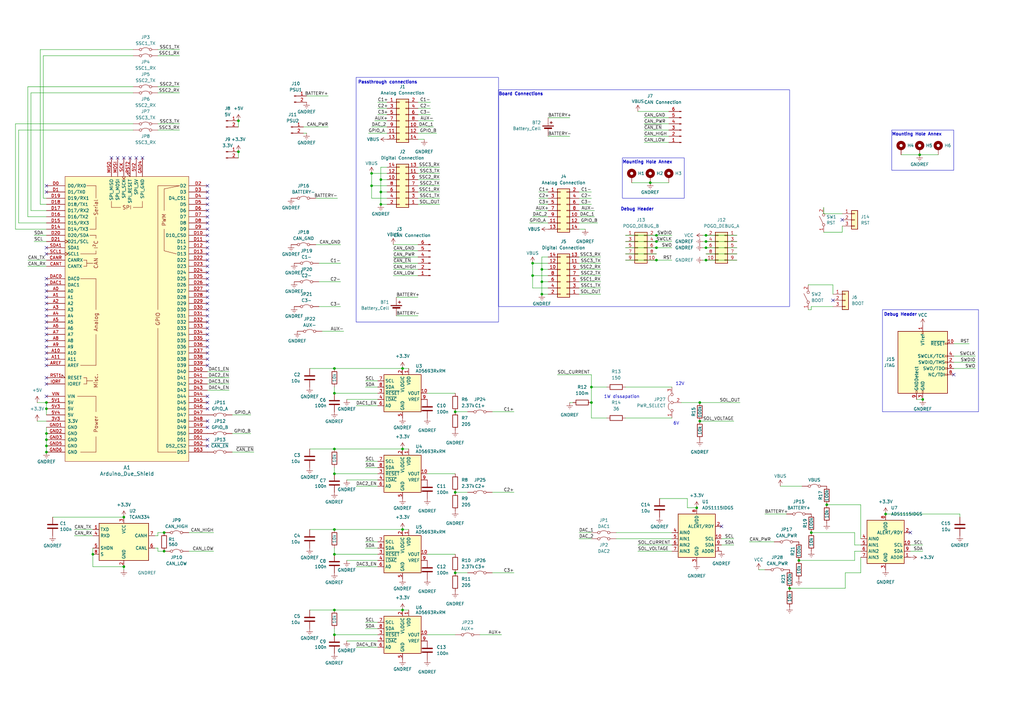
<source format=kicad_sch>
(kicad_sch (version 20231120) (generator "eeschema") (generator_version "8.0")
  (paper "A3")
  (title_block (title "DiveCAN Head") (date "2024-01-08") (rev "2.2 (DRAFT)") (company "Aren Leishman"))
  (junction (at 269.24 99.06))
  (junction (at 289.56 99.06))
  (junction (at 165.1 184.15))
  (junction (at 50.8 212.09))
  (junction (at 19.05 177.8))
  (junction (at 137.16 161.29))
  (junction (at 339.09 207.01))
  (junction (at 19.05 165.1))
  (junction (at 186.69 168.91))
  (junction (at 186.69 234.95))
  (junction (at 363.22 210.82))
  (junction (at 137.16 227.33))
  (junction (at 19.05 167.64))
  (junction (at 218.44 107.95))
  (junction (at 67.31 218.44))
  (junction (at 269.24 106.68))
  (junction (at 19.05 180.34))
  (junction (at 137.16 260.35))
  (junction (at 152.4 76.2))
  (junction (at 377.19 63.5))
  (junction (at 97.79 49.53))
  (junction (at 186.69 201.93))
  (junction (at 287.02 165.1))
  (junction (at 323.85 241.3))
  (junction (at 165.1 151.13))
  (junction (at 137.16 217.17))
  (junction (at 156.21 73.66))
  (junction (at 137.16 194.31))
  (junction (at 156.21 78.74))
  (junction (at 289.56 106.68))
  (junction (at 289.56 96.52))
  (junction (at 218.44 113.03))
  (junction (at 137.16 184.15))
  (junction (at 222.25 115.57))
  (junction (at 38.1 227.33))
  (junction (at 67.31 226.06))
  (junction (at 266.7 74.93))
  (junction (at 378.46 163.83))
  (junction (at 165.1 250.19))
  (junction (at 222.25 110.49))
  (junction (at 19.05 185.42))
  (junction (at 97.79 62.23))
  (junction (at 222.25 120.65))
  (junction (at 269.24 101.6))
  (junction (at 50.8 232.41))
  (junction (at 137.16 151.13))
  (junction (at 165.1 217.17))
  (junction (at 137.16 250.19))
  (junction (at 269.24 96.52))
  (junction (at 19.05 182.88))
  (junction (at 156.21 83.82))
  (junction (at 285.75 208.28))
  (junction (at 332.74 218.44))
  (junction (at 327.66 229.87))
  (junction (at 289.56 101.6))
  (junction (at 287.02 172.72))
  (junction (at 242.57 165.1))
  (junction (at 152.4 71.12))
  (junction (at 242.57 158.75))
  (no_connect (at 19.05 149.86))
  (no_connect (at 19.05 101.6))
  (no_connect (at 85.09 182.88))
  (no_connect (at 295.91 215.9))
  (no_connect (at 85.09 76.2))
  (no_connect (at 373.38 218.44))
  (no_connect (at 85.09 144.78))
  (no_connect (at 19.05 154.94))
  (no_connect (at 19.05 142.24))
  (no_connect (at 85.09 167.64))
  (no_connect (at 85.09 134.62))
  (no_connect (at 19.05 124.46))
  (no_connect (at 85.09 109.22))
  (no_connect (at 85.09 93.98))
  (no_connect (at 85.09 86.36))
  (no_connect (at 85.09 106.68))
  (no_connect (at 85.09 114.3))
  (no_connect (at 19.05 147.32))
  (no_connect (at 85.09 104.14))
  (no_connect (at 19.05 157.48))
  (no_connect (at 85.09 180.34))
  (no_connect (at 85.09 83.82))
  (no_connect (at 53.34 64.77))
  (no_connect (at 85.09 137.16))
  (no_connect (at 341.63 123.19))
  (no_connect (at 45.72 64.77))
  (no_connect (at 85.09 111.76))
  (no_connect (at 85.09 142.24))
  (no_connect (at 85.09 101.6))
  (no_connect (at 19.05 116.84))
  (no_connect (at 85.09 121.92))
  (no_connect (at 345.44 90.17))
  (no_connect (at 85.09 91.44))
  (no_connect (at 19.05 78.74))
  (no_connect (at 85.09 165.1))
  (no_connect (at 19.05 127))
  (no_connect (at 85.09 81.28))
  (no_connect (at 85.09 88.9))
  (no_connect (at 48.26 64.77))
  (no_connect (at 85.09 175.26))
  (no_connect (at 19.05 121.92))
  (no_connect (at 85.09 116.84))
  (no_connect (at 85.09 129.54))
  (no_connect (at 19.05 137.16))
  (no_connect (at 50.8 64.77))
  (no_connect (at 58.42 64.77))
  (no_connect (at 85.09 96.52))
  (no_connect (at 55.88 64.77))
  (no_connect (at 19.05 134.62))
  (no_connect (at 19.05 76.2))
  (no_connect (at 19.05 132.08))
  (no_connect (at 85.09 172.72))
  (no_connect (at 19.05 139.7))
  (no_connect (at 19.05 104.14))
  (no_connect (at 19.05 129.54))
  (no_connect (at 85.09 149.86))
  (no_connect (at 85.09 132.08))
  (no_connect (at 85.09 119.38))
  (no_connect (at 85.09 78.74))
  (no_connect (at 85.09 99.06))
  (no_connect (at 85.09 162.56))
  (no_connect (at 391.16 153.67))
  (no_connect (at 19.05 114.3))
  (no_connect (at 85.09 147.32))
  (no_connect (at 19.05 119.38))
  (no_connect (at 19.05 162.56))
  (no_connect (at 85.09 124.46))
  (no_connect (at 85.09 127))
  (no_connect (at 19.05 144.78))
  (no_connect (at 85.09 139.7))
  (wire (pts (xy 237.49 120.65) (xy 246.38 120.65)))
  (wire (pts (xy 16.51 20.32) (xy 16.51 83.82)))
  (wire (pts (xy 154.94 46.99) (xy 158.75 46.99)))
  (wire (pts (xy 93.98 154.94) (xy 85.09 154.94)))
  (wire (pts (xy 264.16 58.42) (xy 274.32 58.42)))
  (wire (pts (xy 85.09 157.48) (xy 93.98 157.48)))
  (wire (pts (xy 152.4 71.12) (xy 152.4 76.2)))
  (wire (pts (xy 237.49 91.44) (xy 245.11 91.44)))
  (wire (pts (xy 12.7 38.1) (xy 12.7 86.36)))
  (wire (pts (xy 64.77 50.8) (xy 73.66 50.8)))
  (wire (pts (xy 125.73 39.37) (xy 134.62 39.37)))
  (wire (pts (xy 93.98 160.02) (xy 85.09 160.02)))
  (wire (pts (xy 345.44 95.25) (xy 337.82 95.25)))
  (wire (pts (xy 152.4 81.28) (xy 152.4 76.2)))
  (wire (pts (xy 339.09 207.01) (xy 353.06 207.01)))
  (wire (pts (xy 142.24 262.89) (xy 154.94 262.89)))
  (wire (pts (xy 64.77 219.71) (xy 63.5 219.71)))
  (wire (pts (xy 289.56 106.68) (xy 288.29 106.68)))
  (wire (pts (xy 95.25 185.42) (xy 104.14 185.42)))
  (wire (pts (xy 220.98 83.82) (xy 224.79 83.82)))
  (wire (pts (xy 162.56 121.92) (xy 171.45 121.92)))
  (wire (pts (xy 186.69 234.95) (xy 191.77 234.95)))
  (wire (pts (xy 154.94 194.31) (xy 137.16 194.31)))
  (wire (pts (xy 19.05 91.44) (xy 7.62 91.44)))
  (wire (pts (xy 259.08 74.93) (xy 266.7 74.93)))
  (wire (pts (xy 149.86 224.79) (xy 154.94 224.79)))
  (wire (pts (xy 19.05 177.8) (xy 19.05 180.34)))
  (wire (pts (xy 346.71 234.95) (xy 353.06 234.95)))
  (wire (pts (xy 149.86 189.23) (xy 154.94 189.23)))
  (wire (pts (xy 201.93 234.95) (xy 210.82 234.95)))
  (wire (pts (xy 19.05 86.36) (xy 12.7 86.36)))
  (wire (pts (xy 256.54 99.06) (xy 269.24 99.06)))
  (wire (pts (xy 158.75 52.07) (xy 152.4 52.07)))
  (wire (pts (xy 102.87 170.18) (xy 95.25 170.18)))
  (wire (pts (xy 130.81 125.73) (xy 139.7 125.73)))
  (wire (pts (xy 152.4 71.12) (xy 158.75 71.12)))
  (wire (pts (xy 256.54 106.68) (xy 269.24 106.68)))
  (wire (pts (xy 102.87 177.8) (xy 95.25 177.8)))
  (wire (pts (xy 137.16 257.81) (xy 137.16 260.35)))
  (wire (pts (xy 142.24 229.87) (xy 154.94 229.87)))
  (wire (pts (xy 19.05 180.34) (xy 19.05 182.88)))
  (wire (pts (xy 302.26 99.06) (xy 289.56 99.06)))
  (wire (pts (xy 64.77 226.06) (xy 67.31 226.06)))
  (wire (pts (xy 149.86 257.81) (xy 154.94 257.81)))
  (wire (pts (xy 341.63 116.84) (xy 341.63 120.65)))
  (wire (pts (xy 64.77 224.79) (xy 64.77 226.06)))
  (wire (pts (xy 220.98 81.28) (xy 224.79 81.28)))
  (wire (pts (xy 393.7 210.82) (xy 363.22 210.82)))
  (wire (pts (xy 38.1 224.79) (xy 38.1 227.33)))
  (wire (pts (xy 346.71 241.3) (xy 346.71 234.95)))
  (wire (pts (xy 332.74 125.73) (xy 332.74 127)))
  (wire (pts (xy 331.47 116.84) (xy 341.63 116.84)))
  (wire (pts (xy 269.24 101.6) (xy 275.59 101.6)))
  (wire (pts (xy 146.05 199.39) (xy 154.94 199.39)))
  (wire (pts (xy 281.94 204.47) (xy 281.94 208.28)))
  (wire (pts (xy 152.4 76.2) (xy 158.75 76.2)))
  (wire (pts (xy 156.21 73.66) (xy 156.21 78.74)))
  (wire (pts (xy 220.98 78.74) (xy 224.79 78.74)))
  (wire (pts (xy 322.58 210.82) (xy 313.69 210.82)))
  (wire (pts (xy 171.45 52.07) (xy 177.8 52.07)))
  (wire (pts (xy 64.77 224.79) (xy 63.5 224.79)))
  (wire (pts (xy 139.7 100.33) (xy 129.54 100.33)))
  (wire (pts (xy 127 184.15) (xy 137.16 184.15)))
  (wire (pts (xy 19.05 81.28) (xy 17.78 81.28)))
  (wire (pts (xy 237.49 88.9) (xy 243.84 88.9)))
  (wire (pts (xy 149.86 222.25) (xy 154.94 222.25)))
  (wire (pts (xy 269.24 106.68) (xy 275.59 106.68)))
  (wire (pts (xy 224.79 88.9) (xy 218.44 88.9)))
  (wire (pts (xy 171.45 83.82) (xy 180.34 83.82)))
  (wire (pts (xy 270.51 204.47) (xy 281.94 204.47)))
  (wire (pts (xy 161.29 107.95) (xy 171.45 107.95)))
  (wire (pts (xy 134.62 52.07) (xy 124.46 52.07)))
  (wire (pts (xy 161.29 105.41) (xy 171.45 105.41)))
  (wire (pts (xy 219.71 86.36) (xy 224.79 86.36)))
  (wire (pts (xy 165.1 184.15) (xy 167.64 184.15)))
  (wire (pts (xy 165.1 217.17) (xy 167.64 217.17)))
  (wire (pts (xy 287.02 165.1) (xy 303.53 165.1)))
  (wire (pts (xy 201.93 168.91) (xy 210.82 168.91)))
  (wire (pts (xy 171.45 54.61) (xy 179.07 54.61)))
  (wire (pts (xy 137.16 191.77) (xy 137.16 194.31)))
  (wire (pts (xy 300.99 220.98) (xy 295.91 220.98)))
  (wire (pts (xy 127 250.19) (xy 137.16 250.19)))
  (wire (pts (xy 242.57 158.75) (xy 242.57 165.1)))
  (wire (pts (xy 242.57 171.45) (xy 242.57 165.1)))
  (wire (pts (xy 171.45 41.91) (xy 176.53 41.91)))
  (wire (pts (xy 269.24 96.52) (xy 275.59 96.52)))
  (wire (pts (xy 323.85 241.3) (xy 346.71 241.3)))
  (wire (pts (xy 237.49 218.44) (xy 242.57 218.44)))
  (wire (pts (xy 154.94 161.29) (xy 137.16 161.29)))
  (wire (pts (xy 222.25 115.57) (xy 224.79 115.57)))
  (wire (pts (xy 218.44 107.95) (xy 218.44 113.03)))
  (wire (pts (xy 156.21 78.74) (xy 156.21 83.82)))
  (wire (pts (xy 369.57 63.5) (xy 377.19 63.5)))
  (wire (pts (xy 162.56 129.54) (xy 171.45 129.54)))
  (wire (pts (xy 137.16 224.79) (xy 137.16 227.33)))
  (wire (pts (xy 165.1 151.13) (xy 167.64 151.13)))
  (wire (pts (xy 377.19 63.5) (xy 384.81 63.5)))
  (wire (pts (xy 30.48 217.17) (xy 38.1 217.17)))
  (wire (pts (xy 186.69 201.93) (xy 191.77 201.93)))
  (wire (pts (xy 248.92 171.45) (xy 242.57 171.45)))
  (wire (pts (xy 256.54 158.75) (xy 275.59 158.75)))
  (wire (pts (xy 171.45 78.74) (xy 180.34 78.74)))
  (wire (pts (xy 165.1 250.19) (xy 167.64 250.19)))
  (wire (pts (xy 50.8 233.68) (xy 50.8 232.41)))
  (wire (pts (xy 173.99 57.15) (xy 171.45 57.15)))
  (wire (pts (xy 196.85 260.35) (xy 205.74 260.35)))
  (wire (pts (xy 378.46 223.52) (xy 373.38 223.52)))
  (wire (pts (xy 38.1 227.33) (xy 38.1 232.41)))
  (wire (pts (xy 149.86 158.75) (xy 154.94 158.75)))
  (wire (pts (xy 175.26 194.31) (xy 186.69 194.31)))
  (wire (pts (xy 64.77 35.56) (xy 73.66 35.56)))
  (wire (pts (xy 158.75 68.58) (xy 156.21 68.58)))
  (wire (pts (xy 154.94 44.45) (xy 158.75 44.45)))
  (wire (pts (xy 289.56 99.06) (xy 288.29 99.06)))
  (wire (pts (xy 233.68 165.1) (xy 234.95 165.1)))
  (wire (pts (xy 264.16 50.8) (xy 274.32 50.8)))
  (wire (pts (xy 261.62 45.72) (xy 274.32 45.72)))
  (wire (pts (xy 13.97 99.06) (xy 19.05 99.06)))
  (wire (pts (xy 345.44 87.63) (xy 337.82 87.63)))
  (wire (pts (xy 154.94 41.91) (xy 158.75 41.91)))
  (wire (pts (xy 289.56 101.6) (xy 288.29 101.6)))
  (wire (pts (xy 64.77 38.1) (xy 73.66 38.1)))
  (wire (pts (xy 256.54 171.45) (xy 275.59 171.45)))
  (wire (pts (xy 332.74 218.44) (xy 350.52 218.44)))
  (wire (pts (xy 161.29 113.03) (xy 171.45 113.03)))
  (wire (pts (xy 129.54 81.28) (xy 138.43 81.28)))
  (wire (pts (xy 15.24 172.72) (xy 19.05 172.72)))
  (wire (pts (xy 224.79 55.88) (xy 233.68 55.88)))
  (wire (pts (xy 350.52 229.87) (xy 350.52 226.06)))
  (wire (pts (xy 171.45 46.99) (xy 176.53 46.99)))
  (wire (pts (xy 237.49 86.36) (xy 243.84 86.36)))
  (wire (pts (xy 11.43 109.22) (xy 19.05 109.22)))
  (wire (pts (xy 186.69 168.91) (xy 191.77 168.91)))
  (wire (pts (xy 266.7 74.93) (xy 274.32 74.93)))
  (wire (pts (xy 218.44 113.03) (xy 224.79 113.03)))
  (wire (pts (xy 11.43 106.68) (xy 19.05 106.68)))
  (wire (pts (xy 87.63 218.44) (xy 77.47 218.44)))
  (wire (pts (xy 87.63 226.06) (xy 77.47 226.06)))
  (wire (pts (xy 237.49 81.28) (xy 242.57 81.28)))
  (wire (pts (xy 64.77 219.71) (xy 64.77 218.44)))
  (wire (pts (xy 228.6 153.67) (xy 242.57 153.67)))
  (wire (pts (xy 237.49 78.74) (xy 242.57 78.74)))
  (wire (pts (xy 307.34 222.25) (xy 317.5 222.25)))
  (wire (pts (xy 146.05 232.41) (xy 154.94 232.41)))
  (wire (pts (xy 19.05 182.88) (xy 19.05 185.42)))
  (wire (pts (xy 337.82 87.63) (xy 337.82 85.09)))
  (wire (pts (xy 237.49 107.95) (xy 246.38 107.95)))
  (wire (pts (xy 171.45 73.66) (xy 180.34 73.66)))
  (wire (pts (xy 256.54 96.52) (xy 269.24 96.52)))
  (wire (pts (xy 171.45 76.2) (xy 180.34 76.2)))
  (wire (pts (xy 175.26 227.33) (xy 186.69 227.33)))
  (wire (pts (xy 161.29 110.49) (xy 171.45 110.49)))
  (wire (pts (xy 289.56 96.52) (xy 288.29 96.52)))
  (wire (pts (xy 156.21 73.66) (xy 158.75 73.66)))
  (wire (pts (xy 171.45 68.58) (xy 180.34 68.58)))
  (wire (pts (xy 302.26 106.68) (xy 289.56 106.68)))
  (wire (pts (xy 256.54 101.6) (xy 269.24 101.6)))
  (wire (pts (xy 12.7 38.1) (xy 54.61 38.1)))
  (wire (pts (xy 93.98 152.4) (xy 85.09 152.4)))
  (wire (pts (xy 224.79 105.41) (xy 222.25 105.41)))
  (wire (pts (xy 353.06 234.95) (xy 353.06 228.6)))
  (wire (pts (xy 222.25 110.49) (xy 224.79 110.49)))
  (wire (pts (xy 222.25 105.41) (xy 222.25 110.49)))
  (wire (pts (xy 171.45 49.53) (xy 177.8 49.53)))
  (wire (pts (xy 153.67 49.53) (xy 158.75 49.53)))
  (wire (pts (xy 345.44 92.71) (xy 345.44 95.25)))
  (wire (pts (xy 19.05 167.64) (xy 19.05 170.18)))
  (wire (pts (xy 97.79 49.53) (xy 97.79 52.07)))
  (wire (pts (xy 237.49 113.03) (xy 246.38 113.03)))
  (wire (pts (xy 19.05 88.9) (xy 11.43 88.9)))
  (wire (pts (xy 350.52 223.52) (xy 353.06 223.52)))
  (wire (pts (xy 279.4 165.1) (xy 287.02 165.1)))
  (wire (pts (xy 130.81 107.95) (xy 139.7 107.95)))
  (wire (pts (xy 127 217.17) (xy 137.16 217.17)))
  (wire (pts (xy 175.26 161.29) (xy 186.69 161.29)))
  (wire (pts (xy 142.24 196.85) (xy 154.94 196.85)))
  (wire (pts (xy 137.16 158.75) (xy 137.16 161.29)))
  (wire (pts (xy 397.51 140.97) (xy 391.16 140.97)))
  (wire (pts (xy 302.26 101.6) (xy 289.56 101.6)))
  (wire (pts (xy 393.7 212.09) (xy 393.7 210.82)))
  (wire (pts (xy 146.05 166.37) (xy 154.94 166.37)))
  (wire (pts (xy 137.16 151.13) (xy 165.1 151.13)))
  (wire (pts (xy 300.99 223.52) (xy 295.91 223.52)))
  (wire (pts (xy 222.25 115.57) (xy 222.25 120.65)))
  (wire (pts (xy 17.78 22.86) (xy 17.78 81.28)))
  (wire (pts (xy 154.94 227.33) (xy 137.16 227.33)))
  (wire (pts (xy 224.79 48.26) (xy 233.68 48.26)))
  (wire (pts (xy 15.24 165.1) (xy 19.05 165.1)))
  (wire (pts (xy 302.26 104.14) (xy 289.56 104.14)))
  (wire (pts (xy 16.51 20.32) (xy 54.61 20.32)))
  (wire (pts (xy 252.73 218.44) (xy 275.59 218.44)))
  (wire (pts (xy 341.63 125.73) (xy 332.74 125.73)))
  (wire (pts (xy 237.49 115.57) (xy 246.38 115.57)))
  (wire (pts (xy 353.06 207.01) (xy 353.06 220.98)))
  (wire (pts (xy 201.93 201.93) (xy 210.82 201.93)))
  (wire (pts (xy 6.35 50.8) (xy 54.61 50.8)))
  (wire (pts (xy 161.29 102.87) (xy 171.45 102.87)))
  (wire (pts (xy 137.16 184.15) (xy 165.1 184.15)))
  (wire (pts (xy 242.57 158.75) (xy 242.57 153.67)))
  (wire (pts (xy 171.45 81.28) (xy 180.34 81.28)))
  (wire (pts (xy 252.73 220.98) (xy 275.59 220.98)))
  (wire (pts (xy 64.77 20.32) (xy 73.66 20.32)))
  (wire (pts (xy 391.16 148.59) (xy 400.05 148.59)))
  (wire (pts (xy 158.75 83.82) (xy 156.21 83.82)))
  (wire (pts (xy 19.05 165.1) (xy 19.05 167.64)))
  (wire (pts (xy 237.49 110.49) (xy 246.38 110.49)))
  (wire (pts (xy 237.49 118.11) (xy 246.38 118.11)))
  (wire (pts (xy 132.08 135.89) (xy 140.97 135.89)))
  (wire (pts (xy 137.16 250.19) (xy 165.1 250.19)))
  (wire (pts (xy 13.97 96.52) (xy 19.05 96.52)))
  (wire (pts (xy 30.48 219.71) (xy 38.1 219.71)))
  (wire (pts (xy 302.26 96.52) (xy 289.56 96.52)))
  (wire (pts (xy 11.43 35.56) (xy 11.43 88.9)))
  (wire (pts (xy 171.45 44.45) (xy 176.53 44.45)))
  (wire (pts (xy 350.52 226.06) (xy 353.06 226.06)))
  (wire (pts (xy 142.24 163.83) (xy 154.94 163.83)))
  (wire (pts (xy 328.93 199.39) (xy 320.04 199.39)))
  (wire (pts (xy 332.74 127) (xy 331.47 127)))
  (wire (pts (xy 311.15 233.68) (xy 313.69 233.68)))
  (wire (pts (xy 378.46 226.06) (xy 373.38 226.06)))
  (wire (pts (xy 218.44 107.95) (xy 224.79 107.95)))
  (wire (pts (xy 6.35 50.8) (xy 6.35 93.98)))
  (wire (pts (xy 149.86 191.77) (xy 154.94 191.77)))
  (wire (pts (xy 237.49 105.41) (xy 246.38 105.41)))
  (wire (pts (xy 300.99 172.72) (xy 287.02 172.72)))
  (wire (pts (xy 175.26 260.35) (xy 186.69 260.35)))
  (wire (pts (xy 38.1 232.41) (xy 50.8 232.41)))
  (wire (pts (xy 171.45 71.12) (xy 180.34 71.12)))
  (wire (pts (xy 158.75 54.61) (xy 151.13 54.61)))
  (wire (pts (xy 19.05 83.82) (xy 16.51 83.82)))
  (wire (pts (xy 149.86 156.21) (xy 154.94 156.21)))
  (wire (pts (xy 237.49 83.82) (xy 242.57 83.82)))
  (wire (pts (xy 269.24 99.06) (xy 275.59 99.06)))
  (wire (pts (xy 64.77 22.86) (xy 73.66 22.86)))
  (wire (pts (xy 224.79 91.44) (xy 217.17 91.44)))
  (wire (pts (xy 281.94 208.28) (xy 285.75 208.28)))
  (wire (pts (xy 19.05 175.26) (xy 19.05 177.8)))
  (wire (pts (xy 375.92 163.83) (xy 378.46 163.83)))
  (wire (pts (xy 156.21 68.58) (xy 156.21 73.66)))
  (wire (pts (xy 261.62 223.52) (xy 275.59 223.52)))
  (wire (pts (xy 350.52 218.44) (xy 350.52 223.52)))
  (wire (pts (xy 64.77 53.34) (xy 73.66 53.34)))
  (wire (pts (xy 161.29 100.33) (xy 171.45 100.33)))
  (wire (pts (xy 391.16 151.13) (xy 400.05 151.13)))
  (wire (pts (xy 218.44 118.11) (xy 224.79 118.11)))
  (wire (pts (xy 261.62 226.06) (xy 275.59 226.06)))
  (wire (pts (xy 7.62 53.34) (xy 54.61 53.34)))
  (wire (pts (xy 19.05 93.98) (xy 6.35 93.98)))
  (wire (pts (xy 327.66 229.87) (xy 350.52 229.87)))
  (wire (pts (xy 124.46 54.61) (xy 125.73 54.61)))
  (wire (pts (xy 224.79 120.65) (xy 222.25 120.65)))
  (wire (pts (xy 127 151.13) (xy 137.16 151.13)))
  (wire (pts (xy 218.44 118.11) (xy 218.44 113.03)))
  (wire (pts (xy 7.62 53.34) (xy 7.62 91.44)))
  (wire (pts (xy 64.77 218.44) (xy 67.31 218.44)))
  (wire (pts (xy 264.16 53.34) (xy 274.32 53.34)))
  (wire (pts (xy 240.03 93.98) (xy 237.49 93.98)))
  (wire (pts (xy 130.81 115.57) (xy 139.7 115.57)))
  (wire (pts (xy 146.05 265.43) (xy 154.94 265.43)))
  (wire (pts (xy 264.16 48.26) (xy 274.32 48.26)))
  (wire (pts (xy 17.78 22.86) (xy 54.61 22.86)))
  (wire (pts (xy 222.25 110.49) (xy 222.25 115.57)))
  (wire (pts (xy 256.54 104.14) (xy 269.24 104.14)))
  (wire (pts (xy 248.92 158.75) (xy 242.57 158.75)))
  (wire (pts (xy 264.16 55.88) (xy 274.32 55.88)))
  (wire (pts (xy 21.59 212.09) (xy 50.8 212.09)))
  (wire (pts (xy 11.43 35.56) (xy 54.61 35.56)))
  (wire (pts (xy 137.16 217.17) (xy 165.1 217.17)))
  (wire (pts (xy 242.57 220.98) (xy 237.49 220.98)))
  (wire (pts (xy 152.4 81.28) (xy 158.75 81.28)))
  (wire (pts (xy 97.79 62.23) (xy 97.79 64.77)))
  (wire (pts (xy 391.16 146.05) (xy 400.05 146.05)))
  (wire (pts (xy 154.94 260.35) (xy 137.16 260.35)))
  (wire (pts (xy 149.86 255.27) (xy 154.94 255.27)))
  (wire (pts (xy 156.21 78.74) (xy 158.75 78.74)))
  (rectangle (start 204.47 36.83) (end 323.85 125.73))
  (rectangle (start 361.95 127) (end 401.32 168.91))
  (rectangle (start 255.27 64.77) (end 280.67 81.28))
  (rectangle (start 146.05 31.75) (end 204.47 132.08))
  (rectangle (start 365.76 53.34) (end 391.16 69.85))
  (text "Debug Header" (at 362.458 129.794 0) (effects (font (size 1.27 1.27) (thickness 0.254) (bold yes)) (justify left bottom)))
  (text "6V\n" (at 277.368 173.736 0) (effects (font (size 1.27 1.27))))
  (text "Mounting Hole Annex" (at 365.76 55.88 0) (effects (font (size 1.27 1.27) (thickness 0.254) (bold yes)) (justify left bottom)))
  (text "Mounting Hole Annex" (at 255.27 67.31 0) (effects (font (size 1.27 1.27) (thickness 0.254) (bold yes)) (justify left bottom)))
  (text "12V\n" (at 278.892 157.48 0) (effects (font (size 1.27 1.27))))
  (text "Board Connections\n" (at 204.47 39.37 0) (effects (font (size 1.27 1.27) (thickness 0.254) (bold yes)) (justify left bottom)))
  (text "Debug Header" (at 254.508 86.614 0) (effects (font (size 1.27 1.27) (thickness 0.254) (bold yes)) (justify left bottom)))
  (text "Passthrough connections" (at 146.812 34.544 0) (effects (font (size 1.27 1.27) (thickness 0.254) (bold yes)) (justify left bottom)))
  (text "1W dissapation\n" (at 255.016 162.814 0) (effects (font (size 1.27 1.27))))
  (label "BATTERY+" (at 134.62 39.37 180))
  (label "GPIO_A" (at 217.17 91.44 0))
  (label "GPIO_B" (at 245.11 91.44 180))
  (label "C3+" (at 210.82 234.95 180))
  (label "AUX-" (at 243.84 86.36 180))
  (label "CAN_HIGH" (at 87.63 218.44 180))
  (label "SOL_CURRENT" (at 228.6 153.67 0))
  (label "~{CAN_EN}" (at 161.29 107.95 0))
  (label "RST" (at 275.59 106.68 180))
  (label "SSC3_TX" (at 246.38 107.95 180))
  (label "SDA" (at 378.46 226.06 180))
  (label "DAC_2" (at 152.4 52.07 0))
  (label "DAC2_EN" (at 146.05 199.39 0))
  (label "SDA" (at 149.86 158.75 0))
  (label "SSC2_TX" (at 73.66 35.56 180))
  (label "BATTERY+" (at 162.56 121.92 0))
  (label "CAN_RX" (at 30.48 219.71 0))
  (label "DAC2_EN" (at 93.98 154.94 180))
  (label "CAN_PWR" (at 307.34 222.25 0))
  (label "AUX+" (at 205.74 260.35 180))
  (label "SSC1_RX" (at 180.34 78.74 180))
  (label "SCL" (at 149.86 156.21 0))
  (label "C3+" (at 154.94 46.99 0))
  (label "BATTERY-" (at 138.43 81.28 180))
  (label "RST" (at 397.51 140.97 180))
  (label "SSC2_RX" (at 73.66 38.1 180))
  (label "BATTERY+" (at 224.79 48.26 0))
  (label "SOL_OUT" (at 303.53 165.1 180))
  (label "C1+" (at 220.98 78.74 0))
  (label "SDA" (at 300.99 223.52 180))
  (label "SOL_OUT" (at 180.34 83.82 180))
  (label "DAC_1" (at 243.84 88.9 180))
  (label "CAN_GND" (at 139.7 100.33 180))
  (label "BATTERY+" (at 313.69 210.82 0))
  (label "SSC1_RX" (at 246.38 115.57 180))
  (label "DAC3_EN" (at 93.98 157.48 180))
  (label "GPIO_B" (at 102.87 177.8 180))
  (label "C3+" (at 220.98 83.82 0))
  (label "C2-" (at 242.57 81.28 180))
  (label "CAN_LOW" (at 87.63 226.06 180))
  (label "SOL_VOLTAGE" (at 300.99 172.72 180))
  (label "CAN_HIGH" (at 264.16 55.88 0))
  (label "CAN_LOW" (at 264.16 58.42 0))
  (label "C1-" (at 242.57 78.74 180))
  (label "CAN_TX" (at 11.43 106.68 0))
  (label "AUX-" (at 177.8 49.53 180))
  (label "SSC2_TX" (at 246.38 113.03 180))
  (label "SCL" (at 149.86 222.25 0))
  (label "SSC1_TX" (at 180.34 81.28 180))
  (label "CAN_GND" (at 161.29 102.87 0))
  (label "C3-" (at 176.53 46.99 180))
  (label "DAC_1" (at 237.49 218.44 0))
  (label "DAC4_EN" (at 146.05 265.43 0))
  (label "SSC1_TX" (at 246.38 118.11 180))
  (label "SSC3_RX" (at 73.66 53.34 180))
  (label "C3-" (at 242.57 83.82 180))
  (label "BATTERY-" (at 224.79 55.88 0))
  (label "AUX+" (at 153.67 49.53 0))
  (label "C2+" (at 210.82 201.93 180))
  (label "CAN_PWR" (at 161.29 105.41 0))
  (label "SSC3_TX" (at 73.66 50.8 180))
  (label "CAN_TX" (at 30.48 217.17 0))
  (label "DAC1_EN" (at 146.05 166.37 0))
  (label "SCL" (at 13.97 99.06 0))
  (label "SDA" (at 149.86 191.77 0))
  (label "DAC_2" (at 237.49 220.98 0))
  (label "SDA" (at 13.97 96.52 0))
  (label "C2+" (at 154.94 44.45 0))
  (label "SDA" (at 149.86 257.81 0))
  (label "C1+" (at 154.94 41.91 0))
  (label "AUX-" (at 140.97 135.89 180))
  (label "CAN_RX" (at 11.43 109.22 0))
  (label "SSC3_RX" (at 180.34 68.58 180))
  (label "SWDIO" (at 400.05 148.59 180))
  (label "C2+" (at 220.98 81.28 0))
  (label "SSC2_TX" (at 180.34 76.2 180))
  (label "GPIO_A" (at 102.87 170.18 180))
  (label "CAN_GND" (at 264.16 48.26 0))
  (label "SCL" (at 149.86 255.27 0))
  (label "CAN_PWR" (at 264.16 50.8 0))
  (label "SSC1_RX" (at 73.66 22.86 180))
  (label "DAC_1" (at 177.8 52.07 180))
  (label "DAC4_EN" (at 93.98 160.02 180))
  (label "C2-" (at 139.7 115.57 180))
  (label "SWO" (at 400.05 151.13 180))
  (label "CAN_HIGH" (at 161.29 110.49 0))
  (label "DAC3_EN" (at 146.05 232.41 0))
  (label "GPIO_A" (at 151.13 54.61 0))
  (label "SOL_OUT" (at 246.38 120.65 180))
  (label "AUX+" (at 219.71 86.36 0))
  (label "CAN_LOW" (at 161.29 113.03 0))
  (label "C1+" (at 210.82 168.91 180))
  (label "C1-" (at 139.7 107.95 180))
  (label "DAC_2" (at 218.44 88.9 0))
  (label "SCL" (at 378.46 223.52 180))
  (label "SCL" (at 300.99 220.98 180))
  (label "SWO" (at 275.59 101.6 180))
  (label "SSC2_RX" (at 246.38 110.49 180))
  (label "SSC3_RX" (at 246.38 105.41 180))
  (label "SSC2_RX" (at 180.34 73.66 180))
  (label "~{CAN_EN}" (at 264.16 53.34 0))
  (label "SSC1_TX" (at 73.66 20.32 180))
  (label "SOL_CURRENT" (at 261.62 223.52 0))
  (label "GPIO_B" (at 179.07 54.61 180))
  (label "SSC3_TX" (at 180.34 71.12 180))
  (label "DAC1_EN" (at 93.98 152.4 180))
  (label "SOL_VOLTAGE" (at 261.62 226.06 0))
  (label "CAN_PWR" (at 134.62 52.07 180))
  (label "SCL" (at 149.86 189.23 0))
  (label "SWCLK" (at 275.59 99.06 180))
  (label "BATTERY-" (at 162.56 129.54 0))
  (label "~{CAN_EN}" (at 104.14 185.42 180))
  (label "SWDIO" (at 275.59 96.52 180))
  (label "C1-" (at 176.53 41.91 180))
  (label "C2-" (at 176.53 44.45 180))
  (label "SDA" (at 149.86 224.79 0))
  (label "SWCLK" (at 400.05 146.05 180))
  (label "C3-" (at 139.7 125.73 180))
  (symbol (lib_id "power:GNDREF") (at 137.16 201.93 0) (unit 1)
    (property "Reference" "#PWR019" (effects (hide yes)))
    (property "Value" "GNDREF" (at 137.16 205.875 0))
  )
  (symbol (lib_id "power:GNDREF") (at 327.66 237.49 0) (unit 1)
    (property "Reference" "#PWR064" (effects (hide yes)))
    (property "Value" "GNDREF" (effects (hide yes)))
  )
  (symbol (lib_id "power:+3.3V") (at 97.79 62.23 0) (unit 1)
    (property "Reference" "#PWR067" (effects (hide yes)))
    (property "Value" "+3.3V" (at 97.79 57.15 0))
    (property "Description" "Power symbol creates a global label with name \"+3.3V\"" (effects (hide yes)))
  )
  (symbol (lib_id "power:VCC") (at 378.46 133.35 0) (unit 1)
    (property "Reference" "#PWR053" (effects (hide yes)))
    (property "Value" "VCC" (at 378.46 129.2169 0))
  )
  (symbol (lib_id "Jumper:Jumper_2_Bridged") (at 59.69 22.86 0) (unit 1) (exclude_from_sim yes) (in_bom no)
    (property "Reference" "JP4" (at 59.69 25.4 0))
    (property "Value" "SSC1_RX" (at 59.69 27.94 0))
    (property "Footprint" "Connector_PinHeader_2.54mm:PinHeader_1x02_P2.54mm_Vertical" (effects (hide yes)))
    (property "Description" "Jumper, 2-pole, closed/bridged" (effects (hide yes)))
  )
  (symbol (lib_id "Connector_Generic:Conn_01x03") (at 346.71 123.19 0) (unit 1) (in_bom no)
    (property "Reference" "J6" (at 349.25 121.9199 0) (effects (justify left)))
    (property "Value" "BOOT" (at 349.25 124.4599 0) (effects (justify left)))
    (property "Footprint" "Connector_PinHeader_2.54mm:PinHeader_1x03_P2.54mm_Vertical" (effects (hide yes)))
    (property "Description" "Generic connector, single row, 01x03, script generated (kicad-library-utils/schlib/autogen/connector/)" (effects (hide yes)))
  )
  (symbol (lib_id "Jumper:Jumper_2_Bridged") (at 72.39 226.06 0) (unit 1) (exclude_from_sim yes) (in_bom no)
    (property "Reference" "JP10" (at 72.39 228.6 0))
    (property "Value" "CAN_LOW" (at 72.39 231.14 0))
    (property "Footprint" "Connector_PinHeader_2.54mm:PinHeader_1x02_P2.54mm_Vertical" (effects (hide yes)))
    (property "Description" "Jumper, 2-pole, closed/bridged" (effects (hide yes)))
  )
  (symbol (lib_id "power:VBUS") (at 261.62 45.72 0) (unit 1)
    (property "Reference" "#PWR051" (effects (hide yes)))
    (property "Value" "VBUS" (at 261.62 41.5869 0))
  )
  (symbol (lib_id "Jumper:Jumper_2_Bridged") (at 59.69 35.56 0) (unit 1) (exclude_from_sim yes) (in_bom no)
    (property "Reference" "JP5" (at 59.69 30.48 0))
    (property "Value" "SSC2_TX" (at 59.69 33.02 0))
    (property "Footprint" "Connector_PinHeader_2.54mm:PinHeader_1x02_P2.54mm_Vertical" (effects (hide yes)))
    (property "Description" "Jumper, 2-pole, closed/bridged" (effects (hide yes)))
  )
  (symbol (lib_id "Connector_Generic:Conn_02x07_Odd_Even") (at 163.83 49.53 0) (unit 1) (in_bom no)
    (property "Reference" "J1" (at 165.1 35.56 0))
    (property "Value" "Analog Connection" (at 165.1 38.1 0))
    (property "Footprint" "Connector_IDC:IDC-Header_2x07_P2.54mm_Vertical" (effects (hide yes)))
  )
  (symbol (lib_id "Connector_Generic:Conn_01x03") (at 350.52 90.17 0) (unit 1) (in_bom no)
    (property "Reference" "J14" (at 353.06 88.8999 0) (effects (justify left)))
    (property "Value" "RST" (at 353.06 91.4399 0) (effects (justify left)))
    (property "Footprint" "Connector_PinHeader_2.54mm:PinHeader_1x03_P2.54mm_Vertical" (effects (hide yes)))
    (property "Description" "Generic connector, single row, 01x03, script generated (kicad-library-utils/schlib/autogen/connector/)" (effects (hide yes)))
  )
  (symbol (lib_id "Connector:Conn_01x02_Pin") (at 120.65 39.37 0) (unit 1) (in_bom no)
    (property "Reference" "J10" (at 121.285 34.29 0))
    (property "Value" "PSU1" (at 121.285 36.83 0))
    (property "Footprint" "Connector_PinHeader_2.54mm:PinHeader_1x02_P2.54mm_Horizontal" (effects (hide yes)))
    (property "Description" "Generic connector, single row, 01x02, script generated" (effects (hide yes)))
  )
  (symbol (lib_id "power:GNDREF") (at 393.7 219.71 0) (unit 1)
    (property "Reference" "#PWR069" (effects (hide yes)))
    (property "Value" "GNDREF" (at 393.7 223.655 0))
  )
  (symbol (lib_id "Analog_DAC:AD5693RxRM") (at 165.1 227.33 0) (unit 1)
    (property "Reference" "U5" (at 170.434 216.154 0) (effects (justify left)))
    (property "Value" "AD5693RxRM" (at 170.434 218.186 0) (effects (justify left)))
    (property "Footprint" "Package_SO:MSOP-10_3x3mm_P0.5mm" (effects (hide yes)))
    (property "Datasheet" "https://www.analog.com/media/en/technical-documentation/data-sheets/AD5693R_5692R_5691R_5693.pdf" (effects (hide yes)))
    (property "Description" "Tiny, 16-Bit, I2C, nanoDAC+, 2 ppm/°C Reference, MSOP-10" (effects (hide yes)))
    (property "MPN" "C650136" (effects (hide yes)))
  )
  (symbol (lib_id "power:GNDREF") (at 127 224.79 0) (unit 1)
    (property "Reference" "#PWR016" (effects (hide yes)))
    (property "Value" "GNDREF" (at 127 228.735 0))
  )
  (symbol (lib_id "Connector:Conn_01x06_Pin") (at 176.53 107.95 180) (unit 1) (in_bom no)
    (property "Reference" "J3" (at 162.56 93.98 0) (effects (justify right)))
    (property "Value" "CAN Connection" (at 161.29 96.52 0) (effects (justify right)))
    (property "Footprint" "Connector_PinHeader_2.54mm:PinHeader_1x06_P2.54mm_Horizontal" (effects (hide yes)))
  )
  (symbol (lib_id "power:GNDREF") (at 285.75 231.14 0) (unit 1)
    (property "Reference" "#PWR02" (effects (hide yes)))
    (property "Value" "GNDREF" (at 285.75 236.22 0))
    (property "Description" "Power symbol creates a global label with name \"GNDREF\" , reference supply ground" (effects (hide yes)))
  )
  (symbol (lib_id "Library:C") (at 137.16 165.1 0) (unit 1)
    (property "Reference" "C6" (at 131.064 164.084 0) (effects (justify left)))
    (property "Value" "100n" (at 129.032 166.37 0) (effects (justify left)))
    (property "Footprint" "Capacitor_SMD:C_0603_1608Metric" (effects (hide yes)))
    (property "MPN" "C14663" (effects (hide yes)))
  )
  (symbol (lib_id "power:GNDREF") (at 156.21 83.82 0) (unit 1)
    (property "Reference" "#PWR028" (effects (hide yes)))
    (property "Value" "GNDREF" (at 156.21 87.765 0))
  )
  (symbol (lib_id "Jumper:Jumper_2_Bridged") (at 334.01 199.39 0) (mirror y) (unit 1) (exclude_from_sim yes) (in_bom no)
    (property "Reference" "JP14" (effects (hide yes)))
    (property "Value" "VBUS" (at 334.01 196.85 0))
    (property "Footprint" "Connector_PinHeader_2.54mm:PinHeader_1x02_P2.54mm_Vertical" (effects (hide yes)))
    (property "Description" "Jumper, 2-pole, closed/bridged" (effects (hide yes)))
  )
  (symbol (lib_id "Library:R") (at 137.16 154.94 0) (mirror x) (unit 1)
    (property "Reference" "R2" (effects (hide yes)))
    (property "Value" "10k" (at 137.16 154.94 90))
    (property "Footprint" "Resistor_SMD:R_0402_1005Metric" (effects (hide yes)))
    (property "MPN" "C25744" (effects (hide yes)))
  )
  (symbol (lib_id "power:+3.3V") (at 165.1 250.19 0) (unit 1)
    (property "Reference" "#PWR036" (effects (hide yes)))
    (property "Value" "+3.3V" (at 165.1 245.11 0))
    (property "Description" "Power symbol creates a global label with name \"+3.3V\"" (effects (hide yes)))
  )
  (symbol (lib_id "power:GNDREF") (at 137.16 267.97 0) (unit 1)
    (property "Reference" "#PWR021" (effects (hide yes)))
    (property "Value" "GNDREF" (at 137.16 271.915 0))
  )
  (symbol (lib_id "Library:C") (at 175.26 167.64 0) (unit 1)
    (property "Reference" "C10" (at 179.07 166.3699 0) (effects (justify left)))
    (property "Value" "100n" (at 179.07 168.9099 0) (effects (justify left)))
    (property "Footprint" "Capacitor_SMD:C_0603_1608Metric" (effects (hide yes)))
    (property "MPN" "C14663" (effects (hide yes)))
  )
  (symbol (lib_id "Library:C") (at 393.7 215.9 0) (unit 1)
    (property "Reference" "C15" (at 389.89 214.63 0) (effects (justify right)))
    (property "Value" "10u" (at 389.89 217.17 0) (effects (justify right)))
    (property "Footprint" "Capacitor_SMD:C_0603_1608Metric" (effects (hide yes)))
    (property "MPN" "C96446" (effects (hide yes)))
  )
  (symbol (lib_id "power:GNDREF") (at 287.02 180.34 0) (unit 1)
    (property "Reference" "#PWR055" (effects (hide yes)))
    (property "Value" "GNDREF" (at 287.02 185.42 0))
  )
  (symbol (lib_id "Library:MountingHole_Pad") (at 384.81 60.96 0) (unit 1) (in_bom no)
    (property "Reference" "H6" (at 387.35 59.69 0) (effects (justify left)))
    (property "Value" "MountingHole_Pad" (effects (hide yes)))
    (property "Footprint" "MountingHole:MountingHole_3.2mm_M3_Pad" (effects (hide yes)))
  )
  (symbol (lib_id "power:GNDREF") (at 222.25 120.65 0) (unit 1)
    (property "Reference" "#PWR047" (effects (hide yes)))
    (property "Value" "GNDREF" (at 222.25 124.595 0))
  )
  (symbol (lib_id "Connector_Generic:Conn_02x05_Odd_Even") (at 261.62 101.6 0) (unit 1) (in_bom no)
    (property "Reference" "J13" (at 262.89 90.17 0))
    (property "Value" "POGO_DEBUG_B" (at 262.89 92.71 0))
    (property "Footprint" "Connector_PinHeader_1.27mm:PinHeader_2x05_P1.27mm_Vertical" (effects (hide yes)))
    (property "Description" "Generic connector, double row, 02x05, odd/even pin numbering scheme (row 1 odd numbers, row 2 even numbers), script generated (kicad-library-utils/schlib/autogen/connector/)" (effects (hide yes)))
  )
  (symbol (lib_id "Library:C") (at 127 220.98 0) (unit 1)
    (property "Reference" "C4" (at 123.19 219.71 0) (effects (justify right)))
    (property "Value" "10u" (at 123.19 222.25 0) (effects (justify right)))
    (property "Footprint" "Capacitor_SMD:C_0603_1608Metric" (effects (hide yes)))
    (property "MPN" "C96446" (effects (hide yes)))
  )
  (symbol (lib_id "power:+3.3V") (at 165.1 217.17 0) (unit 1)
    (property "Reference" "#PWR034" (effects (hide yes)))
    (property "Value" "+3.3V" (at 165.1 212.09 0))
    (property "Description" "Power symbol creates a global label with name \"+3.3V\"" (effects (hide yes)))
  )
  (symbol (lib_id "power:GNDREF") (at 288.29 106.68 270) (unit 1)
    (property "Reference" "#PWR079" (effects (hide yes)))
    (property "Value" "GNDREF" (at 284.48 106.6799 90) (effects (justify right)))
  )
  (symbol (lib_id "Library:R") (at 67.31 222.25 0) (unit 1)
    (property "Reference" "R1" (at 69.088 221.226 0) (effects (justify left)))
    (property "Value" "560" (at 69.088 223.274 0) (effects (justify left)))
    (property "Footprint" "Resistor_SMD:R_0402_1005Metric" (effects (hide yes)))
    (property "MPN" "C163460" (effects (hide yes)))
  )
  (symbol (lib_id "power:+3.3V") (at 363.22 210.82 0) (unit 1)
    (property "Reference" "#PWR058" (effects (hide yes)))
    (property "Value" "+3.3V" (at 363.22 205.74 0))
    (property "Description" "Power symbol creates a global label with name \"+3.3V\"" (effects (hide yes)))
  )
  (symbol (lib_id "power:GNDREF") (at 121.92 135.89 0) (unit 1)
    (property "Reference" "#PWR013" (effects (hide yes)))
    (property "Value" "GNDREF" (at 121.92 139.835 0))
  )
  (symbol (lib_id "Device:R") (at 186.69 238.76 0) (unit 1)
    (property "Reference" "R11" (at 189.23 237.4899 0) (effects (justify left)))
    (property "Value" "205" (at 189.23 240.0299 0) (effects (justify left)))
    (property "Footprint" "Resistor_SMD:R_0402_1005Metric" (effects (hide yes)))
    (property "Description" "Resistor" (effects (hide yes)))
    (property "MPN" "C517799" (effects (hide yes)))
  )
  (symbol (lib_id "Library:MountingHole_Pad") (at 369.57 60.96 0) (unit 1) (in_bom no)
    (property "Reference" "H4" (at 372.11 59.69 0) (effects (justify left)))
    (property "Value" "MountingHole_Pad" (effects (hide yes)))
    (property "Footprint" "MountingHole:MountingHole_3.2mm_M3_Pad" (effects (hide yes)))
  )
  (symbol (lib_id "power:GNDREF") (at 127 257.81 0) (unit 1)
    (property "Reference" "#PWR017" (effects (hide yes)))
    (property "Value" "GNDREF" (at 127 261.755 0))
  )
  (symbol (lib_id "Library:C") (at 127 154.94 0) (unit 1)
    (property "Reference" "C2" (at 123.19 153.67 0) (effects (justify right)))
    (property "Value" "10u" (at 123.19 156.21 0) (effects (justify right)))
    (property "Footprint" "Capacitor_SMD:C_0603_1608Metric" (effects (hide yes)))
    (property "MPN" "C96446" (effects (hide yes)))
  )
  (symbol (lib_id "power:GNDREF") (at 288.29 99.06 270) (unit 1)
    (property "Reference" "#PWR077" (effects (hide yes)))
    (property "Value" "GNDREF" (at 284.48 99.0599 90) (effects (justify right)))
  )
  (symbol (lib_id "power:GNDREF") (at 125.73 41.91 0) (unit 1)
    (property "Reference" "#PWR071" (effects (hide yes)))
    (property "Value" "GNDREF" (at 125.73 45.855 0))
  )
  (symbol (lib_id "power:VCC") (at 311.15 233.68 0) (unit 1)
    (property "Reference" "#PWR073" (effects (hide yes)))
    (property "Value" "VCC" (at 311.15 229.5469 0))
  )
  (symbol (lib_id "Library:C") (at 175.26 200.66 0) (unit 1)
    (property "Reference" "C11" (at 179.07 199.3899 0) (effects (justify left)))
    (property "Value" "100n" (at 179.07 201.9299 0) (effects (justify left)))
    (property "Footprint" "Capacitor_SMD:C_0603_1608Metric" (effects (hide yes)))
    (property "MPN" "C14663" (effects (hide yes)))
  )
  (symbol (lib_id "Library:MountingHole_Pad") (at 259.08 72.39 0) (unit 1) (in_bom no)
    (property "Reference" "H1" (at 261.62 71.12 0) (effects (justify left)))
    (property "Value" "MountingHole_Pad" (effects (hide yes)))
    (property "Footprint" "MountingHole:MountingHole_3.2mm_M3_Pad" (effects (hide yes)))
  )
  (symbol (lib_id "Jumper:Jumper_2_Bridged") (at 124.46 100.33 0) (unit 1) (exclude_from_sim yes) (in_bom no)
    (property "Reference" "JP18" (at 124.46 95.25 0))
    (property "Value" "CAN_GND" (at 124.46 97.79 0))
    (property "Footprint" "Connector_PinHeader_2.54mm:PinHeader_1x02_P2.54mm_Vertical" (effects (hide yes)))
    (property "Description" "Jumper, 2-pole, closed/bridged" (effects (hide yes)))
  )
  (symbol (lib_id "Library:Battery_Cell") (at 162.56 127 0) (unit 1) (in_bom no)
    (property "Reference" "BT1" (at 159.639 123.9464 0) (effects (justify right)))
    (property "Value" "Battery_Cell" (at 159.639 126.3706 0) (effects (justify right)))
    (property "Footprint" "Connector_PinHeader_2.54mm:PinHeader_1x02_P2.54mm_Horizontal" (effects (hide yes)))
  )
  (symbol (lib_id "power:+5V") (at 15.24 165.1 0) (unit 1)
    (property "Reference" "#PWR065" (effects (hide yes)))
    (property "Value" "+5V" (at 15.24 160.02 0))
    (property "Description" "Power symbol creates a global label with name \"+5V\"" (effects (hide yes)))
  )
  (symbol (lib_id "Jumper:Jumper_2_Bridged") (at 191.77 260.35 0) (unit 1) (exclude_from_sim yes) (in_bom no)
    (property "Reference" "JP23" (at 191.77 255.27 0))
    (property "Value" "AUX+" (at 191.77 257.81 0))
    (property "Footprint" "Connector_PinHeader_2.54mm:PinHeader_1x02_P2.54mm_Vertical" (effects (hide yes)))
    (property "Description" "Jumper, 2-pole, closed/bridged" (effects (hide yes)))
  )
  (symbol (lib_id "Jumper:Jumper_2_Bridged") (at 59.69 38.1 0) (unit 1) (exclude_from_sim yes) (in_bom no)
    (property "Reference" "JP6" (at 59.69 40.64 0))
    (property "Value" "SSC2_RX" (at 59.69 43.18 0))
    (property "Footprint" "Connector_PinHeader_2.54mm:PinHeader_1x02_P2.54mm_Vertical" (effects (hide yes)))
    (property "Description" "Jumper, 2-pole, closed/bridged" (effects (hide yes)))
  )
  (symbol (lib_id "Connector_Generic:Conn_02x05_Odd_Even") (at 297.18 101.6 0) (mirror y) (unit 1) (in_bom no)
    (property "Reference" "J12" (at 295.91 90.17 0))
    (property "Value" "POGO_DEBUG_A" (at 295.91 92.71 0))
    (property "Footprint" "Connector_PinHeader_1.27mm:PinHeader_2x05_P1.27mm_Vertical" (effects (hide yes)))
    (property "Description" "Generic connector, double row, 02x05, odd/even pin numbering scheme (row 1 odd numbers, row 2 even numbers), script generated (kicad-library-utils/schlib/autogen/connector/)" (effects (hide yes)))
  )
  (symbol (lib_id "Library:R") (at 339.09 203.2 180) (unit 1)
    (property "Reference" "R17" (at 336.55 203.2 90))
    (property "Value" "100k" (at 339.09 203.2 90))
    (property "Footprint" "Resistor_SMD:R_0402_1005Metric" (effects (hide yes)))
    (property "MPN" "C25741" (effects (hide yes)))
  )
  (symbol (lib_id "Library:C") (at 137.16 231.14 0) (unit 1)
    (property "Reference" "C8" (at 131.064 230.124 0) (effects (justify left)))
    (property "Value" "100n" (at 129.032 232.41 0) (effects (justify left)))
    (property "Footprint" "Capacitor_SMD:C_0603_1608Metric" (effects (hide yes)))
    (property "MPN" "C14663" (effects (hide yes)))
  )
  (symbol (lib_id "power:+3.3V") (at 50.8 212.09 0) (unit 1)
    (property "Reference" "#PWR056" (effects (hide yes)))
    (property "Value" "+3.3V" (at 50.8 207.01 0))
    (property "Description" "Power symbol creates a global label with name \"+3.3V\"" (effects (hide yes)))
  )
  (symbol (lib_id "power:GNDREF") (at 120.65 125.73 0) (unit 1)
    (property "Reference" "#PWR012" (effects (hide yes)))
    (property "Value" "GNDREF" (at 120.65 129.675 0))
  )
  (symbol (lib_id "Library:R") (at 137.16 220.98 0) (mirror x) (unit 1)
    (property "Reference" "R4" (effects (hide yes)))
    (property "Value" "10k" (at 137.16 220.98 90))
    (property "Footprint" "Resistor_SMD:R_0402_1005Metric" (effects (hide yes)))
    (property "MPN" "C25744" (effects (hide yes)))
  )
  (symbol (lib_id "power:+5V") (at 97.79 49.53 0) (unit 1)
    (property "Reference" "#PWR066" (effects (hide yes)))
    (property "Value" "+5V" (at 97.79 44.45 0))
    (property "Description" "Power symbol creates a global label with name \"+5V\"" (effects (hide yes)))
  )
  (symbol (lib_id "Jumper:Jumper_3_Open") (at 275.59 165.1 90) (unit 1) (exclude_from_sim yes) (in_bom no)
    (property "Reference" "JP27" (at 273.05 163.8299 90) (effects (justify left)))
    (property "Value" "PWR_SELECT" (at 273.05 166.3699 90) (effects (justify left)))
    (property "Footprint" "Connector_PinHeader_2.54mm:PinHeader_1x03_P2.54mm_Vertical" (effects (hide yes)))
    (property "Description" "Jumper, 3-pole, both open" (effects (hide yes)))
  )
  (symbol (lib_id "power:GNDREF") (at 137.16 168.91 0) (unit 1)
    (property "Reference" "#PWR018" (effects (hide yes)))
    (property "Value" "GNDREF" (at 137.16 172.855 0))
  )
  (symbol (lib_id "power:GNDREF") (at 165.1 237.49 0) (unit 1)
    (property "Reference" "#PWR035" (effects (hide yes)))
    (property "Value" "GNDREF" (at 165.1 241.435 0))
  )
  (symbol (lib_id "Jumper:Jumper_2_Bridged") (at 327.66 210.82 0) (mirror y) (unit 1) (exclude_from_sim yes) (in_bom no)
    (property "Reference" "JP15" (at 327.66 205.74 0))
    (property "Value" "BATTERY+" (at 327.66 208.28 0))
    (property "Footprint" "Connector_PinHeader_2.54mm:PinHeader_1x02_P2.54mm_Vertical" (effects (hide yes)))
    (property "Description" "Jumper, 2-pole, closed/bridged" (effects (hide yes)))
  )
  (symbol (lib_id "Library:R") (at 332.74 222.25 0) (mirror x) (unit 1)
    (property "Reference" "R20" (effects (hide yes)))
    (property "Value" "10k" (at 332.74 222.25 90))
    (property "Footprint" "Resistor_SMD:R_0402_1005Metric" (effects (hide yes)))
    (property "MPN" "C25744" (effects (hide yes)))
  )
  (symbol (lib_id "power:GNDREF") (at 127 158.75 0) (unit 1)
    (property "Reference" "#PWR014" (effects (hide yes)))
    (property "Value" "GNDREF" (at 127 162.695 0))
  )
  (symbol (lib_id "Jumper:Jumper_2_Bridged") (at 322.58 222.25 0) (mirror y) (unit 1) (exclude_from_sim yes) (in_bom no)
    (property "Reference" "JP17" (at 322.58 217.17 0))
    (property "Value" "CAN_PWR" (at 322.58 219.71 0))
    (property "Footprint" "Connector_PinHeader_2.54mm:PinHeader_1x02_P2.54mm_Vertical" (effects (hide yes)))
    (property "Description" "Jumper, 2-pole, closed/bridged" (effects (hide yes)))
  )
  (symbol (lib_id "Library:C") (at 21.59 215.9 0) (unit 1)
    (property "Reference" "C1" (at 24.511 214.6879 0) (effects (justify left)))
    (property "Value" "100n" (at 24.511 217.1121 0) (effects (justify left)))
    (property "Footprint" "Capacitor_SMD:C_0603_1608Metric" (effects (hide yes)))
    (property "MPN" "C14663" (effects (hide yes)))
  )
  (symbol (lib_id "power:VBUS") (at 158.75 57.15 90) (unit 1)
    (property "Reference" "#PWR029" (effects (hide yes)))
    (property "Value" "VBUS" (at 155.575 57.15 90) (effects (justify left)))
  )
  (symbol (lib_id "power:VBUS") (at 152.4 71.12 0) (unit 1)
    (property "Reference" "#PWR027" (effects (hide yes)))
    (property "Value" "VBUS" (at 152.4 66.9869 0))
  )
  (symbol (lib_id "Jumper:Jumper_2_Bridged") (at 59.69 20.32 0) (unit 1) (exclude_from_sim yes) (in_bom no)
    (property "Reference" "JP3" (at 59.69 15.24 0))
    (property "Value" "SSC1_TX" (at 59.69 17.78 0))
    (property "Footprint" "Connector_PinHeader_2.54mm:PinHeader_1x02_P2.54mm_Vertical" (effects (hide yes)))
    (property "Description" "Jumper, 2-pole, closed/bridged" (effects (hide yes)))
  )
  (symbol (lib_id "power:GNDREF") (at 332.74 226.06 0) (unit 1)
    (property "Reference" "#PWR063" (effects (hide yes)))
    (property "Value" "GNDREF" (effects (hide yes)))
  )
  (symbol (lib_id "Jumper:Jumper_2_Bridged") (at 318.77 233.68 0) (mirror y) (unit 1) (exclude_from_sim yes) (in_bom no)
    (property "Reference" "JP28" (at 318.77 228.6 0))
    (property "Value" "CAN_PWR" (at 318.77 231.14 0))
    (property "Footprint" "Connector_PinHeader_2.54mm:PinHeader_1x02_P2.54mm_Vertical" (effects (hide yes)))
    (property "Description" "Jumper, 2-pole, closed/bridged" (effects (hide yes)))
  )
  (symbol (lib_id "Library:R") (at 323.85 245.11 0) (mirror x) (unit 1)
    (property "Reference" "R24" (effects (hide yes)))
    (property "Value" "10k" (at 323.85 245.11 90))
    (property "Footprint" "Resistor_SMD:R_0402_1005Metric" (effects (hide yes)))
    (property "MPN" "C25744" (effects (hide yes)))
  )
  (symbol (lib_id "Connector:Conn_01x02_Pin") (at 92.71 62.23 0) (unit 1) (in_bom no)
    (property "Reference" "J9" (at 93.345 57.15 0))
    (property "Value" "3.3V" (at 93.345 59.69 0))
    (property "Footprint" "Connector_PinHeader_2.54mm:PinHeader_1x02_P2.54mm_Vertical" (effects (hide yes)))
    (property "Description" "Generic connector, single row, 01x02, script generated" (effects (hide yes)))
  )
  (symbol (lib_id "Jumper:Jumper_2_Bridged") (at 127 135.89 0) (unit 1) (exclude_from_sim yes) (in_bom no)
    (property "Reference" "JP22" (at 127 130.81 0))
    (property "Value" "AUX-" (at 127 133.35 0))
    (property "Footprint" "Connector_PinHeader_2.54mm:PinHeader_1x02_P2.54mm_Vertical" (effects (hide yes)))
    (property "Description" "Jumper, 2-pole, closed/bridged" (effects (hide yes)))
  )
  (symbol (lib_id "power:VBUS") (at 320.04 199.39 0) (mirror y) (unit 1)
    (property "Reference" "#PWR022" (effects (hide yes)))
    (property "Value" "VBUS" (at 320.04 195.2569 0))
  )
  (symbol (lib_id "Switch:SW_SPST") (at 331.47 121.92 90) (unit 1)
    (property "Reference" "SW2" (at 332.74 120.6499 90) (effects (justify right)))
    (property "Value" "BOOT" (at 332.74 123.1899 90) (effects (justify right)))
    (property "Footprint" "Button_Switch_SMD:SW_SPST_EVQPE1" (effects (hide yes)))
    (property "MPN" "C2915176" (effects (hide yes)))
  )
  (symbol (lib_id "Analog_ADC:ADS1115IDGS") (at 363.22 223.52 0) (unit 1)
    (property "Reference" "U7" (at 365.4141 208.28 0) (effects (justify left)))
    (property "Value" "ADS1115IDGS" (at 365.4141 210.82 0) (effects (justify left)))
    (property "Footprint" "Package_SO:TSSOP-10_3x3mm_P0.5mm" (effects (hide yes)))
    (property "Datasheet" "http://www.ti.com/lit/ds/symlink/ads1113.pdf" (effects (hide yes)))
    (property "Description" "Ultra-Small, Low-Power, I2C-Compatible, 860-SPS, 16-Bit ADCs With Internal Reference, Oscillator, and Programmable Comparator, VSSOP-10" (effects (hide yes)))
  )
  (symbol (lib_id "power:GNDREF") (at 165.1 204.47 0) (unit 1)
    (property "Reference" "#PWR033" (effects (hide yes)))
    (property "Value" "GNDREF" (at 165.1 208.415 0))
  )
  (symbol (lib_id "power:GNDREF") (at 186.69 242.57 0) (unit 1)
    (property "Reference" "#PWR045" (effects (hide yes)))
    (property "Value" "GNDREF" (at 186.69 247.65 0))
  )
  (symbol (lib_id "power:GNDREF") (at 266.7 74.93 0) (unit 1)
    (property "Reference" "#PWR052" (effects (hide yes)))
    (property "Value" "GNDREF" (at 266.7 78.875 0))
  )
  (symbol (lib_id "Jumper:Jumper_2_Bridged") (at 196.85 168.91 0) (unit 1) (exclude_from_sim yes) (in_bom no)
    (property "Reference" "JP24" (at 196.85 163.83 0))
    (property "Value" "C1+" (at 196.85 166.37 0))
    (property "Footprint" "Connector_PinHeader_2.54mm:PinHeader_1x02_P2.54mm_Vertical" (effects (hide yes)))
    (property "Description" "Jumper, 2-pole, closed/bridged" (effects (hide yes)))
  )
  (symbol (lib_id "Connector_Generic:Conn_02x07_Odd_Even") (at 229.87 86.36 0) (unit 1) (in_bom no)
    (property "Reference" "J4" (at 231.14 72.39 0))
    (property "Value" "Analog Connection" (at 231.14 74.93 0))
    (property "Footprint" "Connector_IDC:IDC-Header_2x07_P2.54mm_Vertical" (effects (hide yes)))
  )
  (symbol (lib_id "Library:MountingHole_Pad") (at 377.19 60.96 0) (unit 1) (in_bom no)
    (property "Reference" "H5" (at 379.73 59.69 0) (effects (justify left)))
    (property "Value" "MountingHole_Pad" (effects (hide yes)))
    (property "Footprint" "MountingHole:MountingHole_3.2mm_M3_Pad" (effects (hide yes)))
  )
  (symbol (lib_id "Library:TCAN330") (at 50.8 222.25 0) (unit 1)
    (property "Reference" "U2" (at 52.9941 209.55 0) (effects (justify left)))
    (property "Value" "TCAN334" (at 52.9941 212.09 0) (effects (justify left)))
    (property "Footprint" "Package_SO:SOIC-8_3.9x4.9mm_P1.27mm" (effects (hide yes)))
    (property "Datasheet" "http://www.ti.com/lit/ds/symlink/tcan337.pdf" (effects (hide yes)))
    (property "MPN" "C2871143" (effects (hide yes)))
    (property "JlcRotOffset" "-90" (effects (hide yes)))
  )
  (symbol (lib_id "power:GNDREF") (at 377.19 63.5 0) (unit 1)
    (property "Reference" "#PWR061" (effects (hide yes)))
    (property "Value" "GNDREF" (at 377.19 67.445 0))
  )
  (symbol (lib_id "power:VBUS") (at 218.44 107.95 0) (unit 1)
    (property "Reference" "#PWR046" (effects (hide yes)))
    (property "Value" "VBUS" (at 218.44 103.8169 0))
  )
  (symbol (lib_id "Library:Battery_Cell") (at 224.79 53.34 0) (unit 1) (in_bom no)
    (property "Reference" "BT2" (at 221.869 50.2864 0) (effects (justify right)))
    (property "Value" "Battery_Cell" (at 221.869 52.7106 0) (effects (justify right)))
    (property "Footprint" "Connector_PinHeader_2.54mm:PinHeader_1x02_P2.54mm_Horizontal" (effects (hide yes)))
  )
  (symbol (lib_id "Library:R") (at 323.85 237.49 180) (unit 1)
    (property "Reference" "R23" (at 321.31 237.49 90))
    (property "Value" "100k" (at 323.85 237.49 90))
    (property "Footprint" "Resistor_SMD:R_0402_1005Metric" (effects (hide yes)))
    (property "MPN" "C25741" (effects (hide yes)))
  )
  (symbol (lib_id "power:GNDREF") (at 142.24 262.89 0) (unit 1)
    (property "Reference" "#PWR026" (effects (hide yes)))
    (property "Value" "GNDREF" (at 142.24 266.835 0))
  )
  (symbol (lib_id "Connector:Conn_ARM_JTAG_SWD_10") (at 378.46 148.59 0) (unit 1)
    (property "Reference" "J15" (at 367.03 147.32 0) (effects (justify right)))
    (property "Value" "JTAG" (at 367.03 149.86 0) (effects (justify right)))
    (property "Footprint" "Library:CON10_2X5_DUK_FTSH_SAI" (effects (hide yes)))
    (property "Datasheet" "http://infocenter.arm.com/help/topic/com.arm.doc.ddi0314h/DDI0314H_coresight_components_trm.pdf" (effects (hide yes)))
    (property "MPN" "C448647" (effects (hide yes)))
  )
  (symbol (lib_id "Connector:Conn_01x06_Pin") (at 279.4 53.34 180) (unit 1) (in_bom no)
    (property "Reference" "J7" (at 265.43 39.37 0) (effects (justify right)))
    (property "Value" "CAN Connection" (at 264.16 41.91 0) (effects (justify right)))
    (property "Footprint" "Connector_PinHeader_2.54mm:PinHeader_1x06_P2.54mm_Horizontal" (effects (hide yes)))
  )
  (symbol (lib_id "Jumper:Jumper_2_Bridged") (at 90.17 170.18 0) (unit 1) (exclude_from_sim yes) (in_bom no)
    (property "Reference" "JP11" (at 90.17 165.1 0))
    (property "Value" "GPIO_A" (at 90.17 167.64 0))
    (property "Footprint" "Connector_PinHeader_2.54mm:PinHeader_1x02_P2.54mm_Vertical" (effects (hide yes)))
    (property "Description" "Jumper, 2-pole, closed/bridged" (effects (hide yes)))
  )
  (symbol (lib_id "power:GNDREF") (at 127 191.77 0) (unit 1)
    (property "Reference" "#PWR015" (effects (hide yes)))
    (property "Value" "GNDREF" (at 127 195.715 0))
  )
  (symbol (lib_id "Library:R") (at 287.02 168.91 180) (unit 1)
    (property "Reference" "R15" (at 284.48 168.91 90))
    (property "Value" "100k" (at 287.02 168.91 90))
    (property "Footprint" "Resistor_SMD:R_0402_1005Metric" (effects (hide yes)))
    (property "MPN" "C25741" (effects (hide yes)))
  )
  (symbol (lib_id "Jumper:Jumper_2_Bridged") (at 125.73 115.57 0) (unit 1) (exclude_from_sim yes) (in_bom no)
    (property "Reference" "JP20" (at 125.73 110.49 0))
    (property "Value" "C2-" (at 125.73 113.03 0))
    (property "Footprint" "Connector_PinHeader_2.54mm:PinHeader_1x02_P2.54mm_Vertical" (effects (hide yes)))
    (property "Description" "Jumper, 2-pole, closed/bridged" (effects (hide yes)))
  )
  (symbol (lib_id "power:GNDREF") (at 142.24 229.87 0) (unit 1)
    (property "Reference" "#PWR025" (effects (hide yes)))
    (property "Value" "GNDREF" (at 142.24 233.815 0))
  )
  (symbol (lib_id "power:GNDREF") (at 323.85 248.92 0) (unit 1)
    (property "Reference" "#PWR072" (effects (hide yes)))
    (property "Value" "GNDREF" (effects (hide yes)))
  )
  (symbol (lib_id "power:GNDREF") (at 120.65 107.95 0) (unit 1)
    (property "Reference" "#PWR010" (effects (hide yes)))
    (property "Value" "GNDREF" (at 120.65 111.895 0))
  )
  (symbol (lib_id "power:GNDREF") (at 186.69 176.53 0) (unit 1)
    (property "Reference" "#PWR043" (effects (hide yes)))
    (property "Value" "GNDREF" (at 186.69 181.61 0))
  )
  (symbol (lib_id "Jumper:Jumper_2_Bridged") (at 196.85 234.95 0) (unit 1) (exclude_from_sim yes) (in_bom no)
    (property "Reference" "JP26" (at 196.85 229.87 0))
    (property "Value" "C3+" (at 196.85 232.41 0))
    (property "Footprint" "Connector_PinHeader_2.54mm:PinHeader_1x02_P2.54mm_Vertical" (effects (hide yes)))
    (property "Description" "Jumper, 2-pole, closed/bridged" (effects (hide yes)))
  )
  (symbol (lib_id "power:GNDREF") (at 186.69 209.55 0) (unit 1)
    (property "Reference" "#PWR044" (effects (hide yes)))
    (property "Value" "GNDREF" (at 186.69 214.63 0))
  )
  (symbol (lib_id "power:GNDREF") (at 233.68 165.1 0) (unit 1)
    (property "Reference" "#PWR049" (effects (hide yes)))
    (property "Value" "GNDREF" (at 233.68 170.18 0))
  )
  (symbol (lib_id "Jumper:Jumper_2_Bridged") (at 125.73 125.73 0) (unit 1) (exclude_from_sim yes) (in_bom no)
    (property "Reference" "JP21" (at 125.73 120.65 0))
    (property "Value" "C3-" (at 125.73 123.19 0))
    (property "Footprint" "Connector_PinHeader_2.54mm:PinHeader_1x02_P2.54mm_Vertical" (effects (hide yes)))
    (property "Description" "Jumper, 2-pole, closed/bridged" (effects (hide yes)))
  )
  (symbol (lib_id "power:VBUS") (at 161.29 100.33 0) (unit 1)
    (property "Reference" "#PWR057" (effects (hide yes)))
    (property "Value" "VBUS" (at 161.29 96.1969 0))
  )
  (symbol (lib_id "power:GNDREF") (at 175.26 237.49 0) (unit 1)
    (property "Reference" "#PWR041" (effects (hide yes)))
    (property "Value" "GNDREF" (at 175.26 242.57 0))
  )
  (symbol (lib_id "power:GNDREF") (at 137.16 234.95 0) (unit 1)
    (property "Reference" "#PWR020" (effects (hide yes)))
    (property "Value" "GNDREF" (at 137.16 238.895 0))
  )
  (symbol (lib_id "Switch:SW_SPST") (at 337.82 90.17 90) (unit 1)
    (property "Reference" "SW1" (at 338.963 88.9579 90) (effects (justify right)))
    (property "Value" "RST" (at 338.963 91.3821 90) (effects (justify right)))
    (property "Footprint" "Button_Switch_SMD:SW_SPST_EVQPE1" (effects (hide yes)))
    (property "MPN" "C2915176" (effects (hide yes)))
  )
  (symbol (lib_id "Jumper:Jumper_2_Bridged") (at 247.65 220.98 0) (unit 1) (exclude_from_sim yes) (in_bom no)
    (property "Reference" "JP2" (at 247.65 223.52 0))
    (property "Value" "DAC2" (at 247.65 226.06 0))
    (property "Footprint" "Connector_PinHeader_2.54mm:PinHeader_1x02_P2.54mm_Vertical" (effects (hide yes)))
    (property "Description" "Jumper, 2-pole, closed/bridged" (effects (hide yes)))
  )
  (symbol (lib_id "power:GNDREF") (at 288.29 101.6 270) (unit 1)
    (property "Reference" "#PWR078" (effects (hide yes)))
    (property "Value" "GNDREF" (at 284.48 101.5999 90) (effects (justify right)))
  )
  (symbol (lib_id "Library:R") (at 332.74 214.63 180) (unit 1)
    (property "Reference" "R19" (at 330.2 214.63 90))
    (property "Value" "100k" (at 332.74 214.63 90))
    (property "Footprint" "Resistor_SMD:R_0402_1005Metric" (effects (hide yes)))
    (property "MPN" "C25741" (effects (hide yes)))
  )
  (symbol (lib_id "Library:R") (at 339.09 210.82 0) (mirror x) (unit 1)
    (property "Reference" "R18" (effects (hide yes)))
    (property "Value" "10k" (at 339.09 210.82 90))
    (property "Footprint" "Resistor_SMD:R_0402_1005Metric" (effects (hide yes)))
    (property "MPN" "C25744" (effects (hide yes)))
  )
  (symbol (lib_id "Library:R") (at 137.16 254 0) (mirror x) (unit 1)
    (property "Reference" "R5" (effects (hide yes)))
    (property "Value" "10k" (at 137.16 254 90))
    (property "Footprint" "Resistor_SMD:R_0402_1005Metric" (effects (hide yes)))
    (property "MPN" "C25744" (effects (hide yes)))
  )
  (symbol (lib_id "Library:MountingHole_Pad") (at 274.32 72.39 0) (unit 1) (in_bom no)
    (property "Reference" "H3" (at 276.86 71.12 0) (effects (justify left)))
    (property "Value" "MountingHole_Pad" (effects (hide yes)))
    (property "Footprint" "MountingHole:MountingHole_3.2mm_M3_Pad" (effects (hide yes)))
  )
  (symbol (lib_id "power:+3.3V") (at 165.1 184.15 0) (unit 1)
    (property "Reference" "#PWR032" (effects (hide yes)))
    (property "Value" "+3.3V" (at 165.1 179.07 0))
    (property "Description" "Power symbol creates a global label with name \"+3.3V\"" (effects (hide yes)))
  )
  (symbol (lib_id "power:+3.3V") (at 373.38 228.6 270) (unit 1)
    (property "Reference" "#PWR060" (effects (hide yes)))
    (property "Value" "+3.3V" (at 377.19 228.5999 90) (effects (justify left)))
    (property "Description" "Power symbol creates a global label with name \"+3.3V\"" (effects (hide yes)))
  )
  (symbol (lib_id "Library:C") (at 137.16 264.16 0) (unit 1)
    (property "Reference" "C9" (at 131.064 263.144 0) (effects (justify left)))
    (property "Value" "100n" (at 129.032 265.43 0) (effects (justify left)))
    (property "Footprint" "Capacitor_SMD:C_0603_1608Metric" (effects (hide yes)))
    (property "MPN" "C14663" (effects (hide yes)))
  )
  (symbol (lib_id "Analog_DAC:AD5693RxRM") (at 165.1 194.31 0) (unit 1)
    (property "Reference" "U4" (at 170.434 183.134 0) (effects (justify left)))
    (property "Value" "AD5693RxRM" (at 170.434 185.166 0) (effects (justify left)))
    (property "Footprint" "Package_SO:MSOP-10_3x3mm_P0.5mm" (effects (hide yes)))
    (property "Datasheet" "https://www.analog.com/media/en/technical-documentation/data-sheets/AD5693R_5692R_5691R_5693.pdf" (effects (hide yes)))
    (property "Description" "Tiny, 16-Bit, I2C, nanoDAC+, 2 ppm/°C Reference, MSOP-10" (effects (hide yes)))
    (property "MPN" "C650136" (effects (hide yes)))
  )
  (symbol (lib_id "Library:C") (at 127 187.96 0) (unit 1)
    (property "Reference" "C3" (at 123.19 186.69 0) (effects (justify right)))
    (property "Value" "10u" (at 123.19 189.23 0) (effects (justify right)))
    (property "Footprint" "Capacitor_SMD:C_0603_1608Metric" (effects (hide yes)))
    (property "MPN" "C96446" (effects (hide yes)))
  )
  (symbol (lib_id "Jumper:Jumper_2_Bridged") (at 124.46 81.28 0) (unit 1) (exclude_from_sim yes) (in_bom no)
    (property "Reference" "JP16" (at 124.46 76.2 0))
    (property "Value" "BATTERY-" (at 124.46 78.74 0))
    (property "Footprint" "Connector_PinHeader_2.54mm:PinHeader_1x02_P2.54mm_Vertical" (effects (hide yes)))
    (property "Description" "Jumper, 2-pole, closed/bridged" (effects (hide yes)))
  )
  (symbol (lib_id "Device:R") (at 252.73 171.45 90) (unit 1) (in_bom no)
    (property "Reference" "R14" (at 252.73 165.1 90))
    (property "Value" "36" (at 252.73 167.64 90))
    (property "Footprint" "Resistor_THT:R_Axial_DIN0922_L20.0mm_D9.0mm_P25.40mm_Horizontal" (effects (hide yes)))
    (property "Description" "Resistor" (effects (hide yes)))
  )
  (symbol (lib_id "power:GNDREF") (at 19.05 185.42 0) (unit 1)
    (property "Reference" "#PWR04" (effects (hide yes)))
    (property "Value" "GNDREF" (at 19.05 189.365 0))
  )
  (symbol (lib_id "Analog_ADC:ADS1115IDGS") (at 285.75 220.98 0) (unit 1)
    (property "Reference" "U1" (at 287.9441 205.74 0) (effects (justify left)))
    (property "Value" "ADS1115IDGS" (at 287.9441 208.28 0) (effects (justify left)))
    (property "Footprint" "Package_SO:TSSOP-10_3x3mm_P0.5mm" (effects (hide yes)))
    (property "Datasheet" "http://www.ti.com/lit/ds/symlink/ads1113.pdf" (effects (hide yes)))
    (property "Description" "Ultra-Small, Low-Power, I2C-Compatible, 860-SPS, 16-Bit ADCs With Internal Reference, Oscillator, and Programmable Comparator, VSSOP-10" (effects (hide yes)))
  )
  (symbol (lib_id "Device:R") (at 186.69 165.1 0) (unit 1)
    (property "Reference" "R6" (at 189.23 163.8299 0) (effects (justify left)))
    (property "Value" "2.37k" (at 189.23 166.3699 0) (effects (justify left)))
    (property "Footprint" "Resistor_SMD:R_0402_1005Metric" (effects (hide yes)))
    (property "Description" "Resistor" (effects (hide yes)))
    (property "MPN" "C517661" (effects (hide yes)))
  )
  (symbol (lib_id "power:+3.3V") (at 15.24 172.72 0) (unit 1)
    (property "Reference" "#PWR03" (effects (hide yes)))
    (property "Value" "+3.3V" (at 15.24 167.64 0))
    (property "Description" "Power symbol creates a global label with name \"+3.3V\"" (effects (hide yes)))
  )
  (symbol (lib_id "Jumper:Jumper_2_Bridged") (at 72.39 218.44 0) (unit 1) (exclude_from_sim yes) (in_bom no)
    (property "Reference" "JP9" (at 72.39 213.36 0))
    (property "Value" "CAN_HIGH" (at 72.39 215.9 0))
    (property "Footprint" "Connector_PinHeader_2.54mm:PinHeader_1x02_P2.54mm_Vertical" (effects (hide yes)))
    (property "Description" "Jumper, 2-pole, closed/bridged" (effects (hide yes)))
  )
  (symbol (lib_id "Library:R") (at 327.66 233.68 0) (mirror x) (unit 1)
    (property "Reference" "R22" (effects (hide yes)))
    (property "Value" "10k" (at 327.66 233.68 90))
    (property "Footprint" "Resistor_SMD:R_0402_1005Metric" (effects (hide yes)))
    (property "MPN" "C25744" (effects (hide yes)))
  )
  (symbol (lib_id "Library:C") (at 127 254 0) (unit 1)
    (property "Reference" "C5" (at 123.19 252.73 0) (effects (justify right)))
    (property "Value" "10u" (at 123.19 255.27 0) (effects (justify right)))
    (property "Footprint" "Capacitor_SMD:C_0603_1608Metric" (effects (hide yes)))
    (property "MPN" "C96446" (effects (hide yes)))
  )
  (symbol (lib_id "power:GNDREF") (at 240.03 93.98 0) (unit 1)
    (property "Reference" "#PWR050" (effects (hide yes)))
    (property "Value" "GNDREF" (at 240.03 99.06 0))
  )
  (symbol (lib_id "Library:R") (at 287.02 176.53 0) (mirror x) (unit 1)
    (property "Reference" "R16" (effects (hide yes)))
    (property "Value" "10k" (at 287.02 176.53 90))
    (property "Footprint" "Resistor_SMD:R_0402_1005Metric" (effects (hide yes)))
    (property "MPN" "C25744" (effects (hide yes)))
  )
  (symbol (lib_id "Connector:Conn_01x02_Pin") (at 119.38 52.07 0) (unit 1) (in_bom no)
    (property "Reference" "J11" (at 120.015 46.99 0))
    (property "Value" "PSU2" (at 120.015 49.53 0))
    (property "Footprint" "Connector_PinHeader_2.54mm:PinHeader_1x02_P2.54mm_Horizontal" (effects (hide yes)))
    (property "Description" "Generic connector, single row, 01x02, script generated" (effects (hide yes)))
  )
  (symbol (lib_id "Library:C") (at 175.26 233.68 0) (unit 1)
    (property "Reference" "C12" (at 179.07 232.4099 0) (effects (justify left)))
    (property "Value" "100n" (at 179.07 234.9499 0) (effects (justify left)))
    (property "Footprint" "Capacitor_SMD:C_0603_1608Metric" (effects (hide yes)))
    (property "MPN" "C14663" (effects (hide yes)))
  )
  (symbol (lib_id "Jumper:Jumper_2_Bridged") (at 125.73 107.95 0) (unit 1) (exclude_from_sim yes) (in_bom no)
    (property "Reference" "JP19" (at 125.73 102.87 0))
    (property "Value" "C1-" (at 125.73 105.41 0))
    (property "Footprint" "Connector_PinHeader_2.54mm:PinHeader_1x02_P2.54mm_Vertical" (effects (hide yes)))
    (property "Description" "Jumper, 2-pole, closed/bridged" (effects (hide yes)))
  )
  (symbol (lib_id "power:GNDREF") (at 119.38 100.33 0) (unit 1)
    (property "Reference" "#PWR09" (effects (hide yes)))
    (property "Value" "GNDREF" (at 119.38 104.275 0))
  )
  (symbol (lib_id "Library:R") (at 137.16 187.96 0) (mirror x) (unit 1)
    (property "Reference" "R3" (effects (hide yes)))
    (property "Value" "10k" (at 137.16 187.96 90))
    (property "Footprint" "Resistor_SMD:R_0402_1005Metric" (effects (hide yes)))
    (property "MPN" "C25744" (effects (hide yes)))
  )
  (symbol (lib_id "power:GNDREF") (at 142.24 163.83 0) (unit 1)
    (property "Reference" "#PWR023" (effects (hide yes)))
    (property "Value" "GNDREF" (at 142.24 167.775 0))
  )
  (symbol (lib_id "Device:R") (at 186.69 198.12 0) (unit 1)
    (property "Reference" "R8" (at 189.23 196.8499 0) (effects (justify left)))
    (property "Value" "2.37k" (at 189.23 199.3899 0) (effects (justify left)))
    (property "Footprint" "Resistor_SMD:R_0402_1005Metric" (effects (hide yes)))
    (property "Description" "Resistor" (effects (hide yes)))
    (property "MPN" "C517661" (effects (hide yes)))
  )
  (symbol (lib_id "power:GNDREF") (at 173.99 57.15 0) (unit 1)
    (property "Reference" "#PWR038" (effects (hide yes)))
    (property "Value" "GNDREF" (at 173.99 62.23 0))
  )
  (symbol (lib_id "Connector:Conn_01x02_Pin") (at 92.71 49.53 0) (unit 1) (in_bom no)
    (property "Reference" "J8" (at 93.345 44.45 0))
    (property "Value" "5V" (at 93.345 46.99 0))
    (property "Footprint" "Connector_PinHeader_2.54mm:PinHeader_1x02_P2.54mm_Vertical" (effects (hide yes)))
    (property "Description" "Generic connector, single row, 01x02, script generated" (effects (hide yes)))
  )
  (symbol (lib_id "power:GNDREF") (at 175.26 171.45 0) (unit 1)
    (property "Reference" "#PWR039" (effects (hide yes)))
    (property "Value" "GNDREF" (at 175.26 176.53 0))
  )
  (symbol (lib_id "Device:R") (at 186.69 231.14 0) (unit 1)
    (property "Reference" "R10" (at 189.23 229.8699 0) (effects (justify left)))
    (property "Value" "2.37k" (at 189.23 232.4099 0) (effects (justify left)))
    (property "Footprint" "Resistor_SMD:R_0402_1005Metric" (effects (hide yes)))
    (property "Description" "Resistor" (effects (hide yes)))
    (property "MPN" "C517661" (effects (hide yes)))
  )
  (symbol (lib_id "Connector_Generic:Conn_02x07_Odd_Even") (at 232.41 113.03 180) (unit 1) (in_bom no)
    (property "Reference" "J5" (at 231.14 99.06 0))
    (property "Value" "Digital Connection" (at 231.14 101.6 0))
    (property "Footprint" "Connector_IDC:IDC-Header_2x07_P2.54mm_Vertical" (effects (hide yes)))
  )
  (symbol (lib_id "Library:C") (at 137.16 198.12 0) (unit 1)
    (property "Reference" "C7" (at 131.064 197.104 0) (effects (justify left)))
    (property "Value" "100n" (at 129.032 199.39 0) (effects (justify left)))
    (property "Footprint" "Capacitor_SMD:C_0603_1608Metric" (effects (hide yes)))
    (property "MPN" "C14663" (effects (hide yes)))
  )
  (symbol (lib_id "Jumper:Jumper_2_Bridged") (at 59.69 53.34 0) (unit 1) (exclude_from_sim yes) (in_bom no)
    (property "Reference" "JP8" (at 59.69 55.88 0))
    (property "Value" "SSC3_RX" (at 59.69 58.42 0))
    (property "Footprint" "Connector_PinHeader_2.54mm:PinHeader_1x02_P2.54mm_Vertical" (effects (hide yes)))
    (property "Description" "Jumper, 2-pole, closed/bridged" (effects (hide yes)))
  )
  (symbol (lib_id "power:GNDREF") (at 270.51 212.09 0) (unit 1)
    (property "Reference" "#PWR068" (effects (hide yes)))
    (property "Value" "GNDREF" (at 270.51 216.035 0))
  )
  (symbol (lib_id "Device:R") (at 186.69 172.72 0) (unit 1)
    (property "Reference" "R7" (at 189.23 171.4499 0) (effects (justify left)))
    (property "Value" "205" (at 189.23 173.9899 0) (effects (justify left)))
    (property "Footprint" "Resistor_SMD:R_0402_1005Metric" (effects (hide yes)))
    (property "Description" "Resistor" (effects (hide yes)))
    (property "MPN" "C517799" (effects (hide yes)))
  )
  (symbol (lib_id "power:GNDREF") (at 142.24 196.85 0) (unit 1)
    (property "Reference" "#PWR024" (effects (hide yes)))
    (property "Value" "GNDREF" (at 142.24 200.795 0))
  )
  (symbol (lib_id "power:GNDREF") (at 50.8 233.68 0) (unit 1)
    (property "Reference" "#PWR07" (effects (hide yes)))
    (property "Value" "GNDREF" (at 56.515 234.95 0) (effects (justify left)))
  )
  (symbol (lib_id "power:GNDREF") (at 295.91 226.06 0) (unit 1)
    (property "Reference" "#PWR06" (effects (hide yes)))
    (property "Value" "GNDREF" (at 295.91 231.14 0))
    (property "Description" "Power symbol creates a global label with name \"GNDREF\" , reference supply ground" (effects (hide yes)))
  )
  (symbol (lib_id "power:GNDREF") (at 21.59 219.71 0) (unit 1)
    (property "Reference" "#PWR05" (effects (hide yes)))
    (property "Value" "GNDREF" (at 21.59 223.8431 0))
  )
  (symbol (lib_id "Device:R") (at 186.69 205.74 0) (unit 1)
    (property "Reference" "R9" (at 189.23 204.4699 0) (effects (justify left)))
    (property "Value" "205" (at 189.23 207.0099 0) (effects (justify left)))
    (property "Footprint" "Resistor_SMD:R_0402_1005Metric" (effects (hide yes)))
    (property "Description" "Resistor" (effects (hide yes)))
    (property "MPN" "C517799" (effects (hide yes)))
  )
  (symbol (lib_id "Jumper:Jumper_2_Bridged") (at 196.85 201.93 0) (unit 1) (exclude_from_sim yes) (in_bom no)
    (property "Reference" "JP25" (at 196.85 196.85 0))
    (property "Value" "C2+" (at 196.85 199.39 0))
    (property "Footprint" "Connector_PinHeader_2.54mm:PinHeader_1x02_P2.54mm_Vertical" (effects (hide yes)))
    (property "Description" "Jumper, 2-pole, closed/bridged" (effects (hide yes)))
  )
  (symbol (lib_id "power:GNDREF") (at 378.46 163.83 0) (mirror y) (unit 1)
    (property "Reference" "#PWR054" (effects (hide yes)))
    (property "Value" "GNDREF" (at 378.46 167.775 0))
  )
  (symbol (lib_id "Connector_Generic:Conn_02x07_Odd_Even") (at 166.37 76.2 180) (unit 1) (in_bom no)
    (property "Reference" "J2" (at 165.1 62.23 0))
    (property "Value" "Digital Connection" (at 165.1 64.77 0))
    (property "Footprint" "Connector_IDC:IDC-Header_2x07_P2.54mm_Vertical" (effects (hide yes)))
  )
  (symbol (lib_id "power:GNDREF") (at 175.26 270.51 0) (unit 1)
    (property "Reference" "#PWR042" (effects (hide yes)))
    (property "Value" "GNDREF" (at 175.26 275.59 0))
  )
  (symbol (lib_id "power:GNDREF") (at 175.26 204.47 0) (unit 1)
    (property "Reference" "#PWR040" (effects (hide yes)))
    (property "Value" "GNDREF" (at 175.26 209.55 0))
  )
  (symbol (lib_id "Analog_DAC:AD5693RxRM") (at 165.1 161.29 0) (unit 1)
    (property "Reference" "U3" (at 170.434 150.114 0) (effects (justify left)))
    (property "Value" "AD5693RxRM" (at 170.434 152.146 0) (effects (justify left)))
    (property "Footprint" "Package_SO:MSOP-10_3x3mm_P0.5mm" (effects (hide yes)))
    (property "Datasheet" "https://www.analog.com/media/en/technical-documentation/data-sheets/AD5693R_5692R_5691R_5693.pdf" (effects (hide yes)))
    (property "Description" "Tiny, 16-Bit, I2C, nanoDAC+, 2 ppm/°C Reference, MSOP-10" (effects (hide yes)))
    (property "MPN" "C650136" (effects (hide yes)))
  )
  (symbol (lib_id "power:GNDREF") (at 165.1 270.51 0) (unit 1)
    (property "Reference" "#PWR037" (effects (hide yes)))
    (property "Value" "GNDREF" (at 165.1 274.455 0))
  )
  (symbol (lib_id "power:VCC") (at 288.29 96.52 90) (mirror x) (unit 1)
    (property "Reference" "#PWR076" (effects (hide yes)))
    (property "Value" "VCC" (at 284.48 96.5199 90) (effects (justify left)))
  )
  (symbol (lib_id "Library:C") (at 270.51 208.28 0) (unit 1)
    (property "Reference" "C14" (at 266.7 207.01 0) (effects (justify right)))
    (property "Value" "10u" (at 266.7 209.55 0) (effects (justify right)))
    (property "Footprint" "Capacitor_SMD:C_0603_1608Metric" (effects (hide yes)))
    (property "MPN" "C96446" (effects (hide yes)))
  )
  (symbol (lib_id "power:GNDREF") (at 363.22 233.68 0) (unit 1)
    (property "Reference" "#PWR059" (effects (hide yes)))
    (property "Value" "GNDREF" (at 363.22 238.76 0))
    (property "Description" "Power symbol creates a global label with name \"GNDREF\" , reference supply ground" (effects (hide yes)))
  )
  (symbol (lib_id "power:GNDREF") (at 119.38 81.28 0) (unit 1)
    (property "Reference" "#PWR08" (effects (hide yes)))
    (property "Value" "GNDREF" (at 119.38 85.225 0))
  )
  (symbol (lib_id "power:VBUS") (at 224.79 93.98 90) (unit 1)
    (property "Reference" "#PWR048" (effects (hide yes)))
    (property "Value" "VBUS" (at 221.615 93.98 90) (effects (justify left)))
  )
  (symbol (lib_id "Library:MountingHole_Pad") (at 266.7 72.39 0) (unit 1) (in_bom no)
    (property "Reference" "H2" (at 269.24 71.12 0) (effects (justify left)))
    (property "Value" "MountingHole_Pad" (effects (hide yes)))
    (property "Footprint" "MountingHole:MountingHole_3.2mm_M3_Pad" (effects (hide yes)))
  )
  (symbol (lib_id "Library:C") (at 175.26 266.7 0) (unit 1)
    (property "Reference" "C13" (at 179.07 265.4299 0) (effects (justify left)))
    (property "Value" "100n" (at 179.07 267.9699 0) (effects (justify left)))
    (property "Footprint" "Capacitor_SMD:C_0603_1608Metric" (effects (hide yes)))
    (property "MPN" "C14663" (effects (hide yes)))
  )
  (symbol (lib_id "power:+3.3V") (at 285.75 208.28 0) (unit 1)
    (property "Reference" "#PWR01" (effects (hide yes)))
    (property "Value" "+3.3V" (at 285.75 203.2 0))
    (property "Description" "Power symbol creates a global label with name \"+3.3V\"" (effects (hide yes)))
  )
  (symbol (lib_id "Device:R") (at 252.73 158.75 90) (unit 1) (in_bom no)
    (property "Reference" "R13" (at 252.73 152.4 90))
    (property "Value" "150" (at 252.73 154.94 90))
    (property "Footprint" "Resistor_THT:R_Axial_DIN0922_L20.0mm_D9.0mm_P25.40mm_Horizontal" (effects (hide yes)))
    (property "Description" "Resistor" (effects (hide yes)))
  )
  (symbol (lib_id "power:GNDREF") (at 125.73 54.61 0) (unit 1)
    (property "Reference" "#PWR070" (effects (hide yes)))
    (property "Value" "GNDREF" (at 125.73 58.555 0))
  )
  (symbol (lib_id "PCM_arduino-library:Arduino_Due_Shield") (at 52.07 130.81 0) (unit 1) (in_bom no)
    (property "Reference" "A1" (at 52.07 191.77 0) (effects (font (size 1.524 1.524))))
    (property "Value" "Arduino_Due_Shield" (at 52.07 194.31 0) (effects (font (size 1.524 1.524))))
    (property "Footprint" "PCM_arduino-library:Arduino_Due_Shield" (effects (hide yes)))
    (property "Datasheet" "https://docs.arduino.cc/hardware/due" (effects (hide yes)))
    (property "Description" "Shield for Arduino Due" (effects (hide yes)))
  )
  (symbol (lib_id "power:GNDREF") (at 339.09 214.63 0) (unit 1)
    (property "Reference" "#PWR062" (effects (hide yes)))
    (property "Value" "GNDREF" (effects (hide yes)))
  )
  (symbol (lib_id "power:GNDREF") (at 165.1 171.45 0) (unit 1)
    (property "Reference" "#PWR031" (effects (hide yes)))
    (property "Value" "GNDREF" (at 165.1 175.395 0))
  )
  (symbol (lib_id "power:+3.3V") (at 165.1 151.13 0) (unit 1)
    (property "Reference" "#PWR030" (effects (hide yes)))
    (property "Value" "+3.3V" (at 165.1 146.05 0))
    (property "Description" "Power symbol creates a global label with name \"+3.3V\"" (effects (hide yes)))
  )
  (symbol (lib_id "Library:R") (at 327.66 226.06 180) (unit 1)
    (property "Reference" "R21" (at 325.12 226.06 90))
    (property "Value" "100k" (at 327.66 226.06 90))
    (property "Footprint" "Resistor_SMD:R_0402_1005Metric" (effects (hide yes)))
    (property "MPN" "C25741" (effects (hide yes)))
  )
  (symbol (lib_id "Analog_DAC:AD5693RxRM") (at 165.1 260.35 0) (unit 1)
    (property "Reference" "U6" (at 170.434 249.174 0) (effects (justify left)))
    (property "Value" "AD5693RxRM" (at 170.434 251.206 0) (effects (justify left)))
    (property "Footprint" "Package_SO:MSOP-10_3x3mm_P0.5mm" (effects (hide yes)))
    (property "Datasheet" "https://www.analog.com/media/en/technical-documentation/data-sheets/AD5693R_5692R_5691R_5693.pdf" (effects (hide yes)))
    (property "Description" "Tiny, 16-Bit, I2C, nanoDAC+, 2 ppm/°C Reference, MSOP-10" (effects (hide yes)))
    (property "MPN" "C650136" (effects (hide yes)))
  )
  (symbol (lib_id "Jumper:Jumper_2_Bridged") (at 59.69 50.8 0) (unit 1) (exclude_from_sim yes) (in_bom no)
    (property "Reference" "JP7" (at 59.69 45.72 0))
    (property "Value" "SSC3_TX" (at 59.69 48.26 0))
    (property "Footprint" "Connector_PinHeader_2.54mm:PinHeader_1x02_P2.54mm_Vertical" (effects (hide yes)))
    (property "Description" "Jumper, 2-pole, closed/bridged" (effects (hide yes)))
  )
  (symbol (lib_id "Jumper:Jumper_2_Bridged") (at 247.65 218.44 0) (unit 1) (exclude_from_sim yes) (in_bom no)
    (property "Reference" "JP1" (at 247.65 213.36 0))
    (property "Value" "DAC1" (at 247.65 215.9 0))
    (property "Footprint" "Connector_PinHeader_2.54mm:PinHeader_1x02_P2.54mm_Vertical" (effects (hide yes)))
    (property "Description" "Jumper, 2-pole, closed/bridged" (effects (hide yes)))
  )
  (symbol (lib_id "Jumper:Jumper_2_Bridged") (at 90.17 177.8 0) (unit 1) (exclude_from_sim yes) (in_bom no)
    (property "Reference" "JP12" (at 90.17 172.72 0))
    (property "Value" "GPIO_B" (at 90.17 175.26 0))
    (property "Footprint" "Connector_PinHeader_2.54mm:PinHeader_1x02_P2.54mm_Vertical" (effects (hide yes)))
    (property "Description" "Jumper, 2-pole, closed/bridged" (effects (hide yes)))
  )
  (symbol (lib_id "Jumper:Jumper_2_Bridged") (at 90.17 185.42 0) (unit 1) (exclude_from_sim yes) (in_bom no)
    (property "Reference" "JP13" (at 90.17 180.34 0))
    (property "Value" "~{CAN_EN}" (at 90.17 182.88 0))
    (property "Footprint" "Connector_PinHeader_2.54mm:PinHeader_1x02_P2.54mm_Vertical" (effects (hide yes)))
    (property "Description" "Jumper, 2-pole, closed/bridged" (effects (hide yes)))
  )
  (symbol (lib_id "Library:R") (at 238.76 165.1 90) (mirror x) (unit 1)
    (property "Reference" "R12" (at 238.76 158.75 90))
    (property "Value" "100m" (at 238.76 161.29 90))
    (property "Footprint" "Resistor_SMD:R_2512_6332Metric" (effects (hide yes)))
    (property "MPN" "C160587" (effects (hide yes)))
  )
  (symbol (lib_id "power:GNDREF") (at 120.65 115.57 0) (unit 1)
    (property "Reference" "#PWR011" (effects (hide yes)))
    (property "Value" "GNDREF" (at 120.65 119.515 0))
  )
)
</source>
